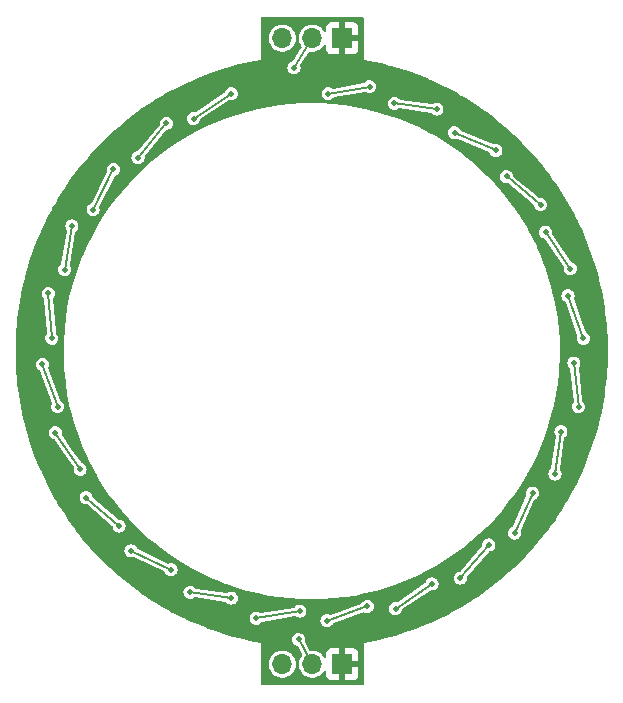
<source format=gbl>
G04 #@! TF.GenerationSoftware,KiCad,Pcbnew,7.0.2-6a45011f42~172~ubuntu22.04.1*
G04 #@! TF.CreationDate,2023-05-13T10:54:30-06:00*
G04 #@! TF.ProjectId,ring-50mm,72696e67-2d35-4306-9d6d-2e6b69636164,rev?*
G04 #@! TF.SameCoordinates,Original*
G04 #@! TF.FileFunction,Copper,L2,Bot*
G04 #@! TF.FilePolarity,Positive*
%FSLAX46Y46*%
G04 Gerber Fmt 4.6, Leading zero omitted, Abs format (unit mm)*
G04 Created by KiCad (PCBNEW 7.0.2-6a45011f42~172~ubuntu22.04.1) date 2023-05-13 10:54:30*
%MOMM*%
%LPD*%
G01*
G04 APERTURE LIST*
G04 #@! TA.AperFunction,ComponentPad*
%ADD10R,1.700000X1.700000*%
G04 #@! TD*
G04 #@! TA.AperFunction,ComponentPad*
%ADD11O,1.700000X1.700000*%
G04 #@! TD*
G04 #@! TA.AperFunction,ViaPad*
%ADD12C,0.500000*%
G04 #@! TD*
G04 #@! TA.AperFunction,Conductor*
%ADD13C,0.127000*%
G04 #@! TD*
G04 APERTURE END LIST*
D10*
G04 #@! TO.P,J2,1,Pin_1*
G04 #@! TO.N,GND*
X153900000Y-119000000D03*
D11*
G04 #@! TO.P,J2,2,Pin_2*
G04 #@! TO.N,/SIGNAL_OUT*
X151360000Y-119000000D03*
G04 #@! TO.P,J2,3,Pin_3*
G04 #@! TO.N,VCC*
X148820000Y-119000000D03*
G04 #@! TD*
D10*
G04 #@! TO.P,J1,1,Pin_1*
G04 #@! TO.N,GND*
X153900000Y-66000000D03*
D11*
G04 #@! TO.P,J1,2,Pin_2*
G04 #@! TO.N,/SIGNAL_IN*
X151360000Y-66000000D03*
G04 #@! TO.P,J1,3,Pin_3*
G04 #@! TO.N,VCC*
X148820000Y-66000000D03*
G04 #@! TD*
D12*
G04 #@! TO.N,GND*
X173900000Y-99900000D03*
X162200000Y-113700000D03*
X135400000Y-74500000D03*
X171400000Y-105400000D03*
X140700000Y-71100000D03*
X138500000Y-112300000D03*
X156300000Y-115700000D03*
X152700000Y-68600000D03*
X175200000Y-93700000D03*
X167300000Y-110200000D03*
X133700000Y-108200000D03*
X131400000Y-79400000D03*
X146500000Y-69000000D03*
X130400000Y-103200000D03*
X128200000Y-97400000D03*
X174700000Y-87600000D03*
X169100000Y-76500000D03*
X158700000Y-69800000D03*
X144100000Y-115000000D03*
X128800000Y-85100000D03*
X127700000Y-91200000D03*
X172600000Y-81700000D03*
X150200000Y-115900000D03*
X164400000Y-72500000D03*
G04 #@! TO.N,Net-(D1-DOUT)*
X152700000Y-70700000D03*
X156200000Y-70100000D03*
G04 #@! TO.N,Net-(D2-DOUT)*
X161900000Y-72000000D03*
X158300000Y-71500000D03*
G04 #@! TO.N,Net-(D3-DOUT)*
X166900000Y-75500000D03*
X163400000Y-74000000D03*
G04 #@! TO.N,Net-(D4-DOUT)*
X167800000Y-77700000D03*
X170700000Y-80100000D03*
G04 #@! TO.N,Net-(D5-DOUT)*
X171100000Y-82400000D03*
X173200000Y-85500000D03*
G04 #@! TO.N,Net-(D6-DOUT)*
X173000000Y-87800000D03*
X174300000Y-91400000D03*
G04 #@! TO.N,Net-(D7-DOUT)*
X173900000Y-97200000D03*
X173500000Y-93500000D03*
G04 #@! TO.N,Net-(D8-DOUT)*
X171900000Y-102900000D03*
X172400000Y-99300000D03*
G04 #@! TO.N,Net-(D10-DIN)*
X170000000Y-104500000D03*
X168500000Y-107900000D03*
G04 #@! TO.N,Net-(D10-DOUT)*
X166300000Y-108900000D03*
X163900000Y-111700000D03*
G04 #@! TO.N,Net-(D11-DOUT)*
X161500000Y-112200000D03*
X158400000Y-114300000D03*
G04 #@! TO.N,Net-(D12-DOUT)*
X152600000Y-115300000D03*
X156000000Y-114100000D03*
G04 #@! TO.N,Net-(D13-DOUT)*
X146600000Y-115100000D03*
X150300000Y-114500000D03*
G04 #@! TO.N,Net-(D14-DOUT)*
X141000000Y-112900000D03*
X144500000Y-113400000D03*
G04 #@! TO.N,Net-(D15-DOUT)*
X136000000Y-109400000D03*
X139400000Y-111000000D03*
G04 #@! TO.N,Net-(D16-DOUT)*
X132200000Y-104900000D03*
X135000000Y-107300000D03*
G04 #@! TO.N,Net-(D17-DOUT)*
X131700000Y-102500000D03*
X129600000Y-99400000D03*
G04 #@! TO.N,Net-(D18-DOUT)*
X129800000Y-97200000D03*
X128500000Y-93600000D03*
G04 #@! TO.N,Net-(D19-DOUT)*
X129300000Y-91400000D03*
X129000000Y-87600000D03*
G04 #@! TO.N,Net-(D20-DOUT)*
X131000000Y-81900000D03*
X130400000Y-85600000D03*
G04 #@! TO.N,/SIGNAL_IN*
X149800000Y-68500000D03*
G04 #@! TO.N,/SIGNAL_OUT*
X150200000Y-116900000D03*
G04 #@! TO.N,Net-(D21-DOUT)*
X132800000Y-80500000D03*
X134500000Y-77100000D03*
G04 #@! TO.N,Net-(D22-DOUT)*
X136600000Y-76100000D03*
X139000000Y-73200000D03*
G04 #@! TO.N,Net-(D23-DOUT)*
X144500000Y-70700000D03*
X141300000Y-72800000D03*
G04 #@! TD*
D13*
G04 #@! TO.N,Net-(D1-DOUT)*
X156200000Y-70100000D02*
X152700000Y-70700000D01*
G04 #@! TO.N,Net-(D2-DOUT)*
X158300000Y-71500000D02*
X161900000Y-72000000D01*
G04 #@! TO.N,Net-(D3-DOUT)*
X163400000Y-74000000D02*
X166900000Y-75500000D01*
G04 #@! TO.N,Net-(D4-DOUT)*
X167800000Y-77700000D02*
X170700000Y-80100000D01*
G04 #@! TO.N,Net-(D5-DOUT)*
X173200000Y-85500000D02*
X171100000Y-82400000D01*
G04 #@! TO.N,Net-(D6-DOUT)*
X173000000Y-87800000D02*
X174300000Y-91400000D01*
G04 #@! TO.N,Net-(D7-DOUT)*
X173500000Y-93500000D02*
X173900000Y-97200000D01*
G04 #@! TO.N,Net-(D8-DOUT)*
X171900000Y-102900000D02*
X172400000Y-99300000D01*
G04 #@! TO.N,Net-(D10-DIN)*
X170000000Y-104500000D02*
X168500000Y-107900000D01*
G04 #@! TO.N,Net-(D10-DOUT)*
X163900000Y-111700000D02*
X166300000Y-108900000D01*
G04 #@! TO.N,Net-(D11-DOUT)*
X158400000Y-114300000D02*
X161500000Y-112200000D01*
G04 #@! TO.N,Net-(D12-DOUT)*
X152600000Y-115300000D02*
X156000000Y-114100000D01*
G04 #@! TO.N,Net-(D13-DOUT)*
X146600000Y-115100000D02*
X150300000Y-114500000D01*
G04 #@! TO.N,Net-(D14-DOUT)*
X141000000Y-112900000D02*
X144500000Y-113400000D01*
G04 #@! TO.N,Net-(D15-DOUT)*
X139400000Y-111000000D02*
X136000000Y-109400000D01*
G04 #@! TO.N,Net-(D16-DOUT)*
X135000000Y-107300000D02*
X132200000Y-104900000D01*
G04 #@! TO.N,Net-(D17-DOUT)*
X131700000Y-102500000D02*
X129600000Y-99400000D01*
G04 #@! TO.N,Net-(D18-DOUT)*
X128500000Y-93600000D02*
X129800000Y-97200000D01*
G04 #@! TO.N,Net-(D19-DOUT)*
X129300000Y-91400000D02*
X129000000Y-87600000D01*
G04 #@! TO.N,Net-(D20-DOUT)*
X130400000Y-85600000D02*
X131000000Y-81900000D01*
G04 #@! TO.N,/SIGNAL_IN*
X149800000Y-68500000D02*
X151360000Y-66000000D01*
G04 #@! TO.N,/SIGNAL_OUT*
X150200000Y-116900000D02*
X151360000Y-119000000D01*
G04 #@! TO.N,Net-(D21-DOUT)*
X134500000Y-77100000D02*
X132800000Y-80500000D01*
G04 #@! TO.N,Net-(D22-DOUT)*
X136600000Y-76100000D02*
X139000000Y-73200000D01*
G04 #@! TO.N,Net-(D23-DOUT)*
X144500000Y-70700000D02*
X141300000Y-72800000D01*
G04 #@! TD*
G04 #@! TA.AperFunction,Conductor*
G04 #@! TO.N,GND*
G36*
X155658691Y-64219407D02*
G01*
X155694655Y-64268907D01*
X155699500Y-64299500D01*
X155699500Y-67791243D01*
X155698774Y-67799482D01*
X155700235Y-67801570D01*
X155710026Y-67802498D01*
X156664650Y-67991969D01*
X156668362Y-67992782D01*
X157573171Y-68209617D01*
X157624150Y-68221880D01*
X157627731Y-68222814D01*
X158363714Y-68430067D01*
X158579320Y-68491110D01*
X158582840Y-68492178D01*
X159240390Y-68705550D01*
X159523055Y-68797888D01*
X159526464Y-68799072D01*
X160019786Y-68980860D01*
X160136837Y-69023993D01*
X160170058Y-69036330D01*
X160453934Y-69141752D01*
X160457239Y-69143049D01*
X161034458Y-69381897D01*
X161333679Y-69506796D01*
X161370442Y-69522141D01*
X161373715Y-69523576D01*
X161925122Y-69777546D01*
X162271271Y-69938510D01*
X162274300Y-69939985D01*
X162803662Y-70209484D01*
X163154835Y-70390133D01*
X163157878Y-70391767D01*
X163667392Y-70676891D01*
X163980770Y-70854226D01*
X164019845Y-70876338D01*
X164022786Y-70878069D01*
X164514189Y-71178991D01*
X164594559Y-71228798D01*
X164864957Y-71396372D01*
X164867783Y-71398190D01*
X165341806Y-71714715D01*
X165688872Y-71949436D01*
X165691579Y-71951333D01*
X166148614Y-72283187D01*
X166490268Y-72534646D01*
X166492770Y-72536551D01*
X166894195Y-72852830D01*
X166933107Y-72883488D01*
X167267830Y-73151040D01*
X167270264Y-73153050D01*
X167693902Y-73514677D01*
X168020442Y-73797725D01*
X168022720Y-73799763D01*
X168239444Y-73999999D01*
X168429565Y-74175657D01*
X168746853Y-74473629D01*
X168749067Y-74475774D01*
X169138896Y-74865416D01*
X169445974Y-75177733D01*
X169448063Y-75179923D01*
X169820780Y-75582941D01*
X170116696Y-75908919D01*
X170118659Y-75911148D01*
X170474009Y-76327027D01*
X170516390Y-76377624D01*
X170758017Y-76666098D01*
X170759812Y-76668307D01*
X171097464Y-77096437D01*
X171368846Y-77447983D01*
X171370501Y-77450193D01*
X171690199Y-77890042D01*
X171936149Y-78236330D01*
X171948238Y-78253351D01*
X171949829Y-78255660D01*
X172251302Y-78706671D01*
X172495341Y-79081009D01*
X172496810Y-79083332D01*
X172779746Y-79544867D01*
X173009311Y-79929687D01*
X173010658Y-79932018D01*
X173274704Y-80403331D01*
X173489335Y-80798048D01*
X173490560Y-80800373D01*
X173701748Y-81214707D01*
X173735454Y-81280834D01*
X173934597Y-81684611D01*
X173935709Y-81686941D01*
X174161220Y-82175942D01*
X174344459Y-82588086D01*
X174345455Y-82590407D01*
X174551324Y-83087249D01*
X174718287Y-83507083D01*
X174719171Y-83509389D01*
X174905166Y-84013382D01*
X175055471Y-84440099D01*
X175056245Y-84442385D01*
X175222137Y-84952779D01*
X175355500Y-85385713D01*
X175356168Y-85387975D01*
X175501765Y-85904055D01*
X175617905Y-86342439D01*
X175618469Y-86344672D01*
X175743599Y-86865712D01*
X175842251Y-87308665D01*
X175842715Y-87310864D01*
X175947245Y-87836205D01*
X176028251Y-88283161D01*
X176028617Y-88285321D01*
X176112378Y-88813995D01*
X176175561Y-89264148D01*
X176175835Y-89266265D01*
X176238748Y-89797649D01*
X176283964Y-90250077D01*
X176284149Y-90252148D01*
X176316903Y-90668199D01*
X176325848Y-90781823D01*
X176326145Y-90785589D01*
X176353307Y-91239557D01*
X176353408Y-91241578D01*
X176374420Y-91776191D01*
X176383503Y-92232034D01*
X176383503Y-92767973D01*
X176374420Y-93223812D01*
X176353407Y-93758421D01*
X176353307Y-93760442D01*
X176326145Y-94214410D01*
X176284148Y-94747849D01*
X176283963Y-94749921D01*
X176238748Y-95202350D01*
X176175835Y-95733733D01*
X176175561Y-95735851D01*
X176112378Y-96186004D01*
X176028618Y-96714677D01*
X176028251Y-96716837D01*
X175947245Y-97163794D01*
X175842715Y-97689134D01*
X175842251Y-97691332D01*
X175743599Y-98134287D01*
X175618468Y-98655326D01*
X175617905Y-98657558D01*
X175501765Y-99095944D01*
X175356168Y-99612023D01*
X175355501Y-99614285D01*
X175222137Y-100047220D01*
X175056244Y-100557613D01*
X175055470Y-100559899D01*
X174905166Y-100986616D01*
X174719170Y-101490609D01*
X174718287Y-101492915D01*
X174551330Y-101912738D01*
X174543558Y-101931496D01*
X174345456Y-102409592D01*
X174344459Y-102411912D01*
X174161220Y-102824057D01*
X173935709Y-103313057D01*
X173934598Y-103315386D01*
X173735455Y-103719164D01*
X173490564Y-104199616D01*
X173489336Y-104201950D01*
X173274705Y-104596668D01*
X173010659Y-105067980D01*
X173009311Y-105070311D01*
X172779746Y-105455132D01*
X172496809Y-105916666D01*
X172495340Y-105918989D01*
X172251302Y-106293328D01*
X171949829Y-106744338D01*
X171948238Y-106746647D01*
X171690225Y-107109922D01*
X171370543Y-107549748D01*
X171368828Y-107552037D01*
X171097464Y-107903562D01*
X170759811Y-108331691D01*
X170757972Y-108333953D01*
X170474009Y-108672972D01*
X170118660Y-109088849D01*
X170116696Y-109091079D01*
X169820780Y-109417058D01*
X169448063Y-109820075D01*
X169445974Y-109822265D01*
X169138896Y-110134583D01*
X168749067Y-110524225D01*
X168746853Y-110526370D01*
X168429565Y-110824342D01*
X168022748Y-111200208D01*
X168020410Y-111202301D01*
X167693858Y-111485359D01*
X167270292Y-111846925D01*
X167267830Y-111848959D01*
X166933107Y-112116511D01*
X166492797Y-112463427D01*
X166490211Y-112465395D01*
X166148614Y-112716812D01*
X165691578Y-113048666D01*
X165688872Y-113050563D01*
X165341806Y-113285284D01*
X164867783Y-113601808D01*
X164864958Y-113603627D01*
X164514178Y-113821016D01*
X164022789Y-114121927D01*
X164019845Y-114123660D01*
X163667376Y-114323117D01*
X163157879Y-114608231D01*
X163154821Y-114609873D01*
X162803609Y-114790542D01*
X162274381Y-115059973D01*
X162271210Y-115061517D01*
X161924927Y-115222543D01*
X161373723Y-115476418D01*
X161370442Y-115477857D01*
X161034354Y-115618145D01*
X160457279Y-115856933D01*
X160453893Y-115858262D01*
X160136838Y-115976006D01*
X159526504Y-116200912D01*
X159523014Y-116202124D01*
X159240112Y-116294539D01*
X158582879Y-116507807D01*
X158579292Y-116508897D01*
X158363324Y-116570042D01*
X157627769Y-116777174D01*
X157624088Y-116778134D01*
X157572880Y-116790452D01*
X156668406Y-117007207D01*
X156664607Y-117008039D01*
X155709769Y-117197551D01*
X155700194Y-117198485D01*
X155698772Y-117200523D01*
X155699500Y-117208778D01*
X155699500Y-120700500D01*
X155680593Y-120758691D01*
X155631093Y-120794655D01*
X155600500Y-120799500D01*
X147099500Y-120799500D01*
X147041309Y-120780593D01*
X147005345Y-120731093D01*
X147000500Y-120700500D01*
X147000500Y-119000000D01*
X147664571Y-119000000D01*
X147684244Y-119212310D01*
X147717957Y-119330798D01*
X147742596Y-119417391D01*
X147837634Y-119608256D01*
X147966125Y-119778404D01*
X148123699Y-119922053D01*
X148180748Y-119957376D01*
X148304981Y-120034298D01*
X148454158Y-120092089D01*
X148503804Y-120111322D01*
X148713388Y-120150500D01*
X148713390Y-120150500D01*
X148926612Y-120150500D01*
X149136195Y-120111322D01*
X149136198Y-120111321D01*
X149335019Y-120034298D01*
X149516302Y-119922052D01*
X149673872Y-119778407D01*
X149802366Y-119608255D01*
X149897405Y-119417389D01*
X149955756Y-119212310D01*
X149975429Y-119000000D01*
X149955756Y-118787690D01*
X149897405Y-118582611D01*
X149802366Y-118391745D01*
X149802365Y-118391744D01*
X149802365Y-118391743D01*
X149673874Y-118221595D01*
X149668514Y-118216709D01*
X149516302Y-118077948D01*
X149516300Y-118077946D01*
X149335021Y-117965703D01*
X149335019Y-117965702D01*
X149292898Y-117949384D01*
X149136195Y-117888677D01*
X148926612Y-117849500D01*
X148926610Y-117849500D01*
X148713390Y-117849500D01*
X148713388Y-117849500D01*
X148503804Y-117888677D01*
X148304978Y-117965703D01*
X148123699Y-118077946D01*
X147966125Y-118221595D01*
X147837634Y-118391743D01*
X147742596Y-118582608D01*
X147742595Y-118582611D01*
X147684244Y-118787690D01*
X147664571Y-119000000D01*
X147000500Y-119000000D01*
X147000500Y-117208574D01*
X147001198Y-117200476D01*
X147000577Y-117199593D01*
X147000578Y-117199592D01*
X147000576Y-117199591D01*
X146999869Y-117198584D01*
X146990705Y-117197681D01*
X146032604Y-117011373D01*
X146028792Y-117010553D01*
X145559692Y-116899999D01*
X149644750Y-116899999D01*
X149663669Y-117043709D01*
X149692808Y-117114056D01*
X149719139Y-117177625D01*
X149742887Y-117208574D01*
X149807378Y-117292621D01*
X149895618Y-117360329D01*
X149922375Y-117380861D01*
X150055558Y-117436026D01*
X150102084Y-117475762D01*
X150104326Y-117479615D01*
X150198445Y-117650001D01*
X150479708Y-118159184D01*
X150491294Y-118219262D01*
X150472054Y-118266713D01*
X150377632Y-118391747D01*
X150282596Y-118582608D01*
X150282595Y-118582611D01*
X150224244Y-118787690D01*
X150204571Y-119000000D01*
X150224244Y-119212310D01*
X150257957Y-119330798D01*
X150282596Y-119417391D01*
X150377634Y-119608256D01*
X150506125Y-119778404D01*
X150663699Y-119922053D01*
X150720748Y-119957376D01*
X150844981Y-120034298D01*
X150994158Y-120092089D01*
X151043804Y-120111322D01*
X151253388Y-120150500D01*
X151253390Y-120150500D01*
X151466612Y-120150500D01*
X151676195Y-120111322D01*
X151676198Y-120111321D01*
X151875019Y-120034298D01*
X152056302Y-119922052D01*
X152213872Y-119778407D01*
X152342366Y-119608255D01*
X152362379Y-119568062D01*
X152405241Y-119524401D01*
X152465582Y-119514271D01*
X152520353Y-119541543D01*
X152548634Y-119595801D01*
X152550000Y-119612191D01*
X152550000Y-119895181D01*
X152550282Y-119900457D01*
X152556401Y-119957376D01*
X152606646Y-120092089D01*
X152692811Y-120207188D01*
X152807910Y-120293353D01*
X152942623Y-120343598D01*
X152999542Y-120349717D01*
X153004819Y-120350000D01*
X153649999Y-120350000D01*
X153650000Y-120349998D01*
X153650000Y-119435501D01*
X153757685Y-119484680D01*
X153864237Y-119500000D01*
X153935763Y-119500000D01*
X154042315Y-119484680D01*
X154150000Y-119435501D01*
X154150000Y-120349999D01*
X154150001Y-120350000D01*
X154795181Y-120350000D01*
X154800457Y-120349717D01*
X154857376Y-120343598D01*
X154992089Y-120293353D01*
X155107188Y-120207188D01*
X155193353Y-120092089D01*
X155243598Y-119957376D01*
X155249717Y-119900457D01*
X155250000Y-119895181D01*
X155250000Y-119250001D01*
X155249999Y-119250000D01*
X154333686Y-119250000D01*
X154359493Y-119209844D01*
X154400000Y-119071889D01*
X154400000Y-118928111D01*
X154359493Y-118790156D01*
X154333686Y-118750000D01*
X155249999Y-118750000D01*
X155250000Y-118749999D01*
X155250000Y-118104818D01*
X155249717Y-118099542D01*
X155243598Y-118042623D01*
X155193353Y-117907910D01*
X155107188Y-117792811D01*
X154992089Y-117706646D01*
X154857376Y-117656401D01*
X154800457Y-117650282D01*
X154795181Y-117650000D01*
X154150000Y-117650000D01*
X154150000Y-118564498D01*
X154042315Y-118515320D01*
X153935763Y-118500000D01*
X153864237Y-118500000D01*
X153757685Y-118515320D01*
X153650000Y-118564498D01*
X153650000Y-117650001D01*
X153649999Y-117650000D01*
X153004819Y-117650000D01*
X152999542Y-117650282D01*
X152942623Y-117656401D01*
X152807910Y-117706646D01*
X152692811Y-117792811D01*
X152606646Y-117907910D01*
X152556401Y-118042623D01*
X152550282Y-118099542D01*
X152550000Y-118104818D01*
X152550000Y-118387808D01*
X152531093Y-118445999D01*
X152481593Y-118481963D01*
X152420407Y-118481963D01*
X152370907Y-118445999D01*
X152362379Y-118431936D01*
X152342365Y-118391743D01*
X152213874Y-118221595D01*
X152208514Y-118216709D01*
X152056302Y-118077948D01*
X152056300Y-118077946D01*
X151875021Y-117965703D01*
X151875019Y-117965702D01*
X151832898Y-117949384D01*
X151676195Y-117888677D01*
X151466612Y-117849500D01*
X151466610Y-117849500D01*
X151253390Y-117849500D01*
X151253386Y-117849500D01*
X151221186Y-117855519D01*
X151160512Y-117847626D01*
X151116338Y-117806073D01*
X150741760Y-117127957D01*
X150730174Y-117067879D01*
X150736105Y-117045418D01*
X150741076Y-117007661D01*
X150755250Y-116900000D01*
X150736330Y-116756291D01*
X150680861Y-116622375D01*
X150630932Y-116557306D01*
X150592621Y-116507378D01*
X150527552Y-116457450D01*
X150477625Y-116419139D01*
X150438401Y-116402892D01*
X150343709Y-116363669D01*
X150200000Y-116344750D01*
X150056290Y-116363669D01*
X149922375Y-116419139D01*
X149807378Y-116507378D01*
X149719139Y-116622375D01*
X149663669Y-116756290D01*
X149644750Y-116899999D01*
X145559692Y-116899999D01*
X145123701Y-116797248D01*
X145070161Y-116784581D01*
X145066467Y-116783632D01*
X144329757Y-116579073D01*
X144154124Y-116530040D01*
X144111978Y-116518273D01*
X144108394Y-116517199D01*
X143802518Y-116419139D01*
X143449720Y-116306036D01*
X143165178Y-116214197D01*
X143161675Y-116212994D01*
X142549889Y-115989933D01*
X142231143Y-115872801D01*
X142227742Y-115871480D01*
X141649076Y-115634278D01*
X141436977Y-115546569D01*
X141311364Y-115494624D01*
X141308140Y-115493222D01*
X140755413Y-115240791D01*
X140450095Y-115100000D01*
X146044750Y-115100000D01*
X146063669Y-115243709D01*
X146086986Y-115300000D01*
X146119139Y-115377625D01*
X146157450Y-115427552D01*
X146207378Y-115492621D01*
X146257306Y-115530932D01*
X146322375Y-115580861D01*
X146412388Y-115618145D01*
X146456290Y-115636330D01*
X146475210Y-115638820D01*
X146600000Y-115655250D01*
X146743709Y-115636330D01*
X146877625Y-115580861D01*
X146992621Y-115492621D01*
X147045420Y-115423810D01*
X147095841Y-115389157D01*
X147108105Y-115386358D01*
X147640652Y-115299999D01*
X152044750Y-115299999D01*
X152063669Y-115443709D01*
X152089445Y-115505937D01*
X152119139Y-115577625D01*
X152150231Y-115618145D01*
X152207378Y-115692621D01*
X152257306Y-115730932D01*
X152322375Y-115780861D01*
X152417067Y-115820083D01*
X152456290Y-115836330D01*
X152473008Y-115838531D01*
X152600000Y-115855250D01*
X152743709Y-115836330D01*
X152877625Y-115780861D01*
X152992621Y-115692621D01*
X153080861Y-115577625D01*
X153093724Y-115546567D01*
X153133460Y-115500043D01*
X153152238Y-115491097D01*
X155690675Y-114595178D01*
X155751841Y-114593641D01*
X155761509Y-114597071D01*
X155856289Y-114636330D01*
X155886242Y-114640273D01*
X156000000Y-114655250D01*
X156143709Y-114636330D01*
X156277625Y-114580861D01*
X156392621Y-114492621D01*
X156480861Y-114377625D01*
X156513014Y-114300000D01*
X157844750Y-114300000D01*
X157863669Y-114443709D01*
X157886986Y-114500000D01*
X157919139Y-114577625D01*
X157950994Y-114619139D01*
X158007378Y-114692621D01*
X158057306Y-114730932D01*
X158122375Y-114780861D01*
X158210705Y-114817448D01*
X158256290Y-114836330D01*
X158273008Y-114838531D01*
X158400000Y-114855250D01*
X158543709Y-114836330D01*
X158677625Y-114780861D01*
X158792621Y-114692621D01*
X158880861Y-114577625D01*
X158936330Y-114443709D01*
X158940262Y-114413836D01*
X158966601Y-114358612D01*
X158982882Y-114344799D01*
X161325983Y-112757538D01*
X161384761Y-112740557D01*
X161394413Y-112741348D01*
X161500000Y-112755250D01*
X161643709Y-112736330D01*
X161777625Y-112680861D01*
X161892621Y-112592621D01*
X161980861Y-112477625D01*
X162036330Y-112343709D01*
X162055250Y-112200000D01*
X162036330Y-112056291D01*
X162036329Y-112056289D01*
X162003746Y-111977625D01*
X161980861Y-111922375D01*
X161920498Y-111843709D01*
X161892621Y-111807378D01*
X161827552Y-111757450D01*
X161777625Y-111719139D01*
X161731416Y-111699999D01*
X163344750Y-111699999D01*
X163363669Y-111843709D01*
X163402892Y-111938401D01*
X163419139Y-111977625D01*
X163457450Y-112027552D01*
X163507378Y-112092621D01*
X163538513Y-112116511D01*
X163622375Y-112180861D01*
X163717067Y-112220083D01*
X163756290Y-112236330D01*
X163771421Y-112238322D01*
X163900000Y-112255250D01*
X164043709Y-112236330D01*
X164177625Y-112180861D01*
X164292621Y-112092621D01*
X164380861Y-111977625D01*
X164436330Y-111843709D01*
X164455250Y-111700000D01*
X164450919Y-111667108D01*
X164462068Y-111606951D01*
X164473899Y-111589769D01*
X166279266Y-109483507D01*
X166331489Y-109451632D01*
X166341493Y-109449786D01*
X166443709Y-109436330D01*
X166577625Y-109380861D01*
X166692621Y-109292621D01*
X166780861Y-109177625D01*
X166836330Y-109043709D01*
X166855250Y-108900000D01*
X166836330Y-108756291D01*
X166780861Y-108622375D01*
X166730932Y-108557306D01*
X166692621Y-108507378D01*
X166627552Y-108457450D01*
X166577625Y-108419139D01*
X166538401Y-108402892D01*
X166443709Y-108363669D01*
X166300000Y-108344750D01*
X166156290Y-108363669D01*
X166022375Y-108419139D01*
X165907378Y-108507378D01*
X165819139Y-108622375D01*
X165763669Y-108756290D01*
X165744750Y-108899999D01*
X165749079Y-108932889D01*
X165737928Y-108993050D01*
X165726092Y-109010237D01*
X163920734Y-111116489D01*
X163868509Y-111148366D01*
X163858491Y-111150214D01*
X163756290Y-111163669D01*
X163622375Y-111219139D01*
X163507378Y-111307378D01*
X163419139Y-111422375D01*
X163363669Y-111556290D01*
X163344750Y-111699999D01*
X161731416Y-111699999D01*
X161643709Y-111663669D01*
X161500000Y-111644750D01*
X161356290Y-111663669D01*
X161222375Y-111719139D01*
X161107378Y-111807378D01*
X161019139Y-111922375D01*
X160963669Y-112056289D01*
X160959736Y-112086165D01*
X160933393Y-112141389D01*
X160917107Y-112155204D01*
X158574017Y-113742459D01*
X158515236Y-113759441D01*
X158505572Y-113758648D01*
X158400000Y-113744750D01*
X158256290Y-113763669D01*
X158122375Y-113819139D01*
X158007378Y-113907378D01*
X157919139Y-114022375D01*
X157863669Y-114156290D01*
X157844750Y-114300000D01*
X156513014Y-114300000D01*
X156536330Y-114243709D01*
X156555250Y-114100000D01*
X156538820Y-113975209D01*
X156536330Y-113956290D01*
X156489870Y-113844126D01*
X156480861Y-113822375D01*
X156419539Y-113742459D01*
X156392621Y-113707378D01*
X156327468Y-113657385D01*
X156277625Y-113619139D01*
X156235784Y-113601808D01*
X156143709Y-113563669D01*
X156000000Y-113544750D01*
X155856290Y-113563669D01*
X155722375Y-113619139D01*
X155607378Y-113707378D01*
X155519138Y-113822374D01*
X155506273Y-113853433D01*
X155466535Y-113899958D01*
X155447759Y-113908901D01*
X152909323Y-114804820D01*
X152848157Y-114806358D01*
X152838489Y-114802928D01*
X152743710Y-114763669D01*
X152600000Y-114744750D01*
X152456290Y-114763669D01*
X152322375Y-114819139D01*
X152207378Y-114907378D01*
X152119139Y-115022375D01*
X152063669Y-115156290D01*
X152044750Y-115299999D01*
X147640652Y-115299999D01*
X149908000Y-114932321D01*
X149968467Y-114941669D01*
X149984111Y-114951499D01*
X150022375Y-114980861D01*
X150111652Y-115017840D01*
X150156290Y-115036330D01*
X150173008Y-115038531D01*
X150300000Y-115055250D01*
X150443709Y-115036330D01*
X150577625Y-114980861D01*
X150692621Y-114892621D01*
X150780861Y-114777625D01*
X150836330Y-114643709D01*
X150855250Y-114500000D01*
X150838820Y-114375209D01*
X150836330Y-114356290D01*
X150813014Y-114300000D01*
X150780861Y-114222375D01*
X150705114Y-114123660D01*
X150692621Y-114107378D01*
X150627552Y-114057450D01*
X150577625Y-114019139D01*
X150538401Y-114002892D01*
X150443709Y-113963669D01*
X150300000Y-113944750D01*
X150156290Y-113963669D01*
X150022375Y-114019138D01*
X149907380Y-114107378D01*
X149854579Y-114176187D01*
X149804154Y-114210842D01*
X149791885Y-114213641D01*
X146991997Y-114667677D01*
X146931530Y-114658329D01*
X146915888Y-114648499D01*
X146877625Y-114619139D01*
X146877624Y-114619138D01*
X146877622Y-114619137D01*
X146743709Y-114563669D01*
X146616717Y-114546951D01*
X146600000Y-114544750D01*
X146599999Y-114544750D01*
X146456290Y-114563669D01*
X146322375Y-114619139D01*
X146207378Y-114707378D01*
X146119139Y-114822375D01*
X146063669Y-114956290D01*
X146044750Y-115100000D01*
X140450095Y-115100000D01*
X140407361Y-115080294D01*
X140404175Y-115078755D01*
X140400576Y-115076937D01*
X139873506Y-114810656D01*
X139520495Y-114630438D01*
X139517447Y-114628814D01*
X139184336Y-114443709D01*
X139006275Y-114344763D01*
X138652176Y-114145772D01*
X138649219Y-114144042D01*
X138156279Y-113844126D01*
X137803782Y-113627068D01*
X137800957Y-113625262D01*
X137516316Y-113436330D01*
X137325291Y-113309536D01*
X137046901Y-113122375D01*
X136976625Y-113075129D01*
X136973924Y-113073246D01*
X136733989Y-112900000D01*
X136733988Y-112899999D01*
X140444750Y-112899999D01*
X140463669Y-113043709D01*
X140491647Y-113111253D01*
X140519139Y-113177625D01*
X140557450Y-113227552D01*
X140607378Y-113292621D01*
X140641617Y-113318893D01*
X140722375Y-113380861D01*
X140815879Y-113419591D01*
X140856290Y-113436330D01*
X140873008Y-113438531D01*
X141000000Y-113455250D01*
X141143709Y-113436330D01*
X141277625Y-113380861D01*
X141325342Y-113344245D01*
X141383016Y-113323821D01*
X141399601Y-113324781D01*
X143997595Y-113695922D01*
X144052526Y-113722869D01*
X144062135Y-113733659D01*
X144107379Y-113792622D01*
X144146155Y-113822375D01*
X144222375Y-113880861D01*
X144290071Y-113908901D01*
X144356290Y-113936330D01*
X144375210Y-113938820D01*
X144500000Y-113955250D01*
X144643709Y-113936330D01*
X144777625Y-113880861D01*
X144892621Y-113792621D01*
X144980861Y-113677625D01*
X145036330Y-113543709D01*
X145055250Y-113400000D01*
X145036330Y-113256291D01*
X144980861Y-113122375D01*
X144930932Y-113057306D01*
X144892621Y-113007378D01*
X144825341Y-112955753D01*
X144777625Y-112919139D01*
X144731416Y-112899999D01*
X144643709Y-112863669D01*
X144516717Y-112846951D01*
X144500000Y-112844750D01*
X144499999Y-112844750D01*
X144356289Y-112863669D01*
X144222374Y-112919138D01*
X144174657Y-112955753D01*
X144116981Y-112976177D01*
X144100389Y-112975216D01*
X141502404Y-112604076D01*
X141447472Y-112577129D01*
X141437863Y-112566339D01*
X141408121Y-112527579D01*
X141392621Y-112507379D01*
X141392619Y-112507378D01*
X141392619Y-112507377D01*
X141335342Y-112463427D01*
X141277625Y-112419139D01*
X141238401Y-112402892D01*
X141143709Y-112363669D01*
X141000000Y-112344750D01*
X140856290Y-112363669D01*
X140722375Y-112419139D01*
X140607378Y-112507378D01*
X140519139Y-112622375D01*
X140463669Y-112756290D01*
X140444750Y-112899999D01*
X136733988Y-112899999D01*
X136515231Y-112742044D01*
X136171994Y-112490813D01*
X136169405Y-112488852D01*
X136155081Y-112477625D01*
X135727487Y-112142488D01*
X135391155Y-111875038D01*
X135388722Y-111873038D01*
X135185010Y-111700000D01*
X135119967Y-111644750D01*
X134963600Y-111511928D01*
X134825287Y-111392621D01*
X134635410Y-111228835D01*
X134633086Y-111226765D01*
X134224795Y-110851290D01*
X133905889Y-110553176D01*
X133903664Y-110551030D01*
X133512323Y-110161604D01*
X133203727Y-109849114D01*
X133201628Y-109846921D01*
X132827449Y-109444024D01*
X132787317Y-109399999D01*
X135444750Y-109399999D01*
X135463669Y-109543709D01*
X135502892Y-109638401D01*
X135519139Y-109677625D01*
X135540961Y-109706064D01*
X135607378Y-109792621D01*
X135657306Y-109830932D01*
X135722375Y-109880861D01*
X135815787Y-109919553D01*
X135856290Y-109936330D01*
X135873008Y-109938531D01*
X136000000Y-109955250D01*
X136143709Y-109936330D01*
X136178329Y-109921989D01*
X136239324Y-109917188D01*
X136258367Y-109923875D01*
X138832201Y-111135091D01*
X138876802Y-111176976D01*
X138881511Y-111186782D01*
X138919139Y-111277625D01*
X139007378Y-111392621D01*
X139046155Y-111422375D01*
X139122375Y-111480861D01*
X139217067Y-111520083D01*
X139256290Y-111536330D01*
X139264775Y-111537447D01*
X139400000Y-111555250D01*
X139543709Y-111536330D01*
X139677625Y-111480861D01*
X139792621Y-111392621D01*
X139880861Y-111277625D01*
X139936330Y-111143709D01*
X139955250Y-111000000D01*
X139936330Y-110856291D01*
X139923096Y-110824342D01*
X139920083Y-110817067D01*
X139880861Y-110722375D01*
X139799343Y-110616139D01*
X139792621Y-110607378D01*
X139719186Y-110551030D01*
X139677625Y-110519139D01*
X139618766Y-110494759D01*
X139543709Y-110463669D01*
X139400000Y-110444750D01*
X139256290Y-110463670D01*
X139221667Y-110478010D01*
X139160670Y-110482809D01*
X139141630Y-110476122D01*
X136567797Y-109264907D01*
X136523196Y-109223022D01*
X136518492Y-109213228D01*
X136480861Y-109122375D01*
X136392621Y-109007379D01*
X136392619Y-109007378D01*
X136392619Y-109007377D01*
X136295544Y-108932889D01*
X136277625Y-108919139D01*
X136231416Y-108899999D01*
X136143709Y-108863669D01*
X136000000Y-108844750D01*
X135856290Y-108863669D01*
X135722375Y-108919139D01*
X135607378Y-109007378D01*
X135519139Y-109122375D01*
X135463669Y-109256290D01*
X135444750Y-109399999D01*
X132787317Y-109399999D01*
X132530034Y-109117758D01*
X132528060Y-109115526D01*
X132435279Y-109007378D01*
X132171336Y-108699718D01*
X132148844Y-108672972D01*
X131885868Y-108360260D01*
X131884088Y-108358078D01*
X131545050Y-107929849D01*
X131372850Y-107707633D01*
X131272301Y-107577879D01*
X131270585Y-107575597D01*
X131220816Y-107507378D01*
X130949585Y-107135596D01*
X130690246Y-106771797D01*
X130688647Y-106769485D01*
X130684745Y-106763669D01*
X130487919Y-106470266D01*
X130385928Y-106318232D01*
X130140591Y-105943237D01*
X130139115Y-105940910D01*
X130124201Y-105916666D01*
X129855041Y-105479127D01*
X129624208Y-105093511D01*
X129622910Y-105091272D01*
X129515391Y-104899999D01*
X131644750Y-104899999D01*
X131663669Y-105043709D01*
X131683355Y-105091234D01*
X131719139Y-105177625D01*
X131746376Y-105213121D01*
X131807378Y-105292621D01*
X131857306Y-105330932D01*
X131922375Y-105380861D01*
X132017067Y-105420083D01*
X132056290Y-105436330D01*
X132081972Y-105439711D01*
X132200000Y-105455250D01*
X132232890Y-105450919D01*
X132293047Y-105462068D01*
X132310233Y-105473903D01*
X134386882Y-107253887D01*
X134416489Y-107279264D01*
X134448366Y-107331489D01*
X134450214Y-107341507D01*
X134463669Y-107443710D01*
X134506572Y-107547287D01*
X134519139Y-107577625D01*
X134553477Y-107622375D01*
X134607378Y-107692621D01*
X134657306Y-107730932D01*
X134722375Y-107780861D01*
X134817067Y-107820083D01*
X134856290Y-107836330D01*
X134873008Y-107838531D01*
X135000000Y-107855250D01*
X135143709Y-107836330D01*
X135277625Y-107780861D01*
X135392621Y-107692621D01*
X135480861Y-107577625D01*
X135536330Y-107443709D01*
X135555250Y-107300000D01*
X135536330Y-107156291D01*
X135480861Y-107022375D01*
X135430932Y-106957306D01*
X135392621Y-106907378D01*
X135316594Y-106849041D01*
X135277625Y-106819139D01*
X135238401Y-106802892D01*
X135143709Y-106763669D01*
X134999998Y-106744749D01*
X134967108Y-106749079D01*
X134906948Y-106737928D01*
X134889761Y-106726092D01*
X132783509Y-104920734D01*
X132751632Y-104868509D01*
X132749786Y-104858500D01*
X132736330Y-104756291D01*
X132680861Y-104622375D01*
X132624652Y-104549122D01*
X132592621Y-104507378D01*
X132527552Y-104457450D01*
X132477625Y-104419139D01*
X132438401Y-104402892D01*
X132343709Y-104363669D01*
X132200000Y-104344750D01*
X132056290Y-104363669D01*
X131922375Y-104419139D01*
X131807378Y-104507378D01*
X131719139Y-104622375D01*
X131663669Y-104756290D01*
X131644750Y-104899999D01*
X129515391Y-104899999D01*
X129357722Y-104619510D01*
X129141992Y-104224094D01*
X129140775Y-104221789D01*
X129082268Y-104107379D01*
X128894783Y-103740754D01*
X128694556Y-103336097D01*
X128693516Y-103333922D01*
X128466999Y-102844306D01*
X128427743Y-102756290D01*
X128282775Y-102431257D01*
X128281812Y-102429021D01*
X128075015Y-101931496D01*
X128048124Y-101864089D01*
X127907161Y-101510726D01*
X127906306Y-101508502D01*
X127719485Y-101003817D01*
X127568377Y-100576124D01*
X127567598Y-100573832D01*
X127555317Y-100536161D01*
X127400952Y-100062655D01*
X127266867Y-99628679D01*
X127266240Y-99626560D01*
X127202133Y-99400000D01*
X129044750Y-99400000D01*
X129063669Y-99543709D01*
X129077718Y-99577625D01*
X129119139Y-99677625D01*
X129130646Y-99692621D01*
X129207378Y-99792621D01*
X129257306Y-99830932D01*
X129322375Y-99880861D01*
X129395615Y-99911197D01*
X129456289Y-99936330D01*
X129468555Y-99937944D01*
X129486162Y-99940262D01*
X129541387Y-99966601D01*
X129555203Y-99982888D01*
X130246830Y-101003862D01*
X131142459Y-102325981D01*
X131159441Y-102384762D01*
X131158648Y-102394426D01*
X131152785Y-102438964D01*
X131144750Y-102500000D01*
X131145722Y-102507380D01*
X131163669Y-102643709D01*
X131202892Y-102738401D01*
X131219139Y-102777625D01*
X131254768Y-102824057D01*
X131307378Y-102892621D01*
X131316995Y-102900000D01*
X131422375Y-102980861D01*
X131517067Y-103020083D01*
X131556290Y-103036330D01*
X131575209Y-103038820D01*
X131700000Y-103055250D01*
X131843709Y-103036330D01*
X131977625Y-102980861D01*
X132092621Y-102892621D01*
X132180861Y-102777625D01*
X132236330Y-102643709D01*
X132255250Y-102500000D01*
X132236330Y-102356291D01*
X132180861Y-102222375D01*
X132130932Y-102157306D01*
X132092621Y-102107378D01*
X132027552Y-102057450D01*
X131977625Y-102019139D01*
X131938401Y-102002892D01*
X131843709Y-101963669D01*
X131813834Y-101959736D01*
X131758609Y-101933394D01*
X131744794Y-101917107D01*
X130946516Y-100738698D01*
X130157538Y-99574016D01*
X130140557Y-99515237D01*
X130141348Y-99505587D01*
X130155250Y-99400000D01*
X130136330Y-99256291D01*
X130080861Y-99122375D01*
X130004128Y-99022375D01*
X129992621Y-99007378D01*
X129927552Y-98957450D01*
X129877625Y-98919139D01*
X129838401Y-98902892D01*
X129743709Y-98863669D01*
X129600000Y-98844750D01*
X129456290Y-98863669D01*
X129322375Y-98919139D01*
X129207378Y-99007378D01*
X129119139Y-99122375D01*
X129063669Y-99256290D01*
X129044750Y-99400000D01*
X127202133Y-99400000D01*
X127119967Y-99109615D01*
X127003190Y-98670125D01*
X127002665Y-98668053D01*
X126876939Y-98146058D01*
X126777720Y-97701845D01*
X126777314Y-97699924D01*
X126672291Y-97173624D01*
X126590842Y-96725512D01*
X126590508Y-96723551D01*
X126506342Y-96193836D01*
X126499975Y-96148599D01*
X126442814Y-95742516D01*
X126442563Y-95740589D01*
X126379345Y-95208141D01*
X126333878Y-94754466D01*
X126333706Y-94752547D01*
X126291516Y-94218143D01*
X126264200Y-93762913D01*
X126264107Y-93761041D01*
X126257760Y-93600000D01*
X127944750Y-93600000D01*
X127963669Y-93743709D01*
X127977718Y-93777625D01*
X128019139Y-93877625D01*
X128030646Y-93892621D01*
X128107378Y-93992621D01*
X128195618Y-94060329D01*
X128222375Y-94080861D01*
X128257556Y-94095433D01*
X128304082Y-94135169D01*
X128312786Y-94153272D01*
X129302692Y-96894552D01*
X129304673Y-96955706D01*
X129301042Y-96966061D01*
X129263669Y-97056291D01*
X129244750Y-97200000D01*
X129263669Y-97343709D01*
X129290020Y-97407325D01*
X129319139Y-97477625D01*
X129357450Y-97527552D01*
X129407378Y-97592621D01*
X129457306Y-97630932D01*
X129522375Y-97680861D01*
X129617067Y-97720083D01*
X129656290Y-97736330D01*
X129675209Y-97738820D01*
X129800000Y-97755250D01*
X129943709Y-97736330D01*
X130077625Y-97680861D01*
X130192621Y-97592621D01*
X130280861Y-97477625D01*
X130336330Y-97343709D01*
X130355250Y-97200000D01*
X130336330Y-97056291D01*
X130336329Y-97056289D01*
X130298956Y-96966061D01*
X130280861Y-96922375D01*
X130222286Y-96846039D01*
X130192621Y-96807378D01*
X130085930Y-96725512D01*
X130077625Y-96719139D01*
X130042439Y-96704564D01*
X129995915Y-96664827D01*
X129987212Y-96646726D01*
X128997304Y-93905443D01*
X128995324Y-93844293D01*
X128998946Y-93833962D01*
X129036330Y-93743709D01*
X129055250Y-93600000D01*
X129036330Y-93456291D01*
X128980861Y-93322375D01*
X128930932Y-93257306D01*
X128892621Y-93207378D01*
X128827552Y-93157450D01*
X128777625Y-93119139D01*
X128738401Y-93102892D01*
X128643709Y-93063669D01*
X128516717Y-93046951D01*
X128500000Y-93044750D01*
X128499999Y-93044750D01*
X128356290Y-93063669D01*
X128222375Y-93119139D01*
X128107378Y-93207378D01*
X128019139Y-93322375D01*
X127963669Y-93456290D01*
X127944750Y-93600000D01*
X126257760Y-93600000D01*
X126242996Y-93225418D01*
X126233867Y-92768455D01*
X126233867Y-92500000D01*
X130294501Y-92500000D01*
X130294525Y-92501099D01*
X130313185Y-93356291D01*
X130314494Y-93416247D01*
X130314563Y-93417301D01*
X130314564Y-93417322D01*
X130366808Y-94214410D01*
X130374433Y-94330750D01*
X130374548Y-94331800D01*
X130474091Y-95240723D01*
X130474094Y-95240748D01*
X130474206Y-95241768D01*
X130474361Y-95242781D01*
X130474366Y-95242812D01*
X130613461Y-96146523D01*
X130613463Y-96146536D01*
X130613622Y-96147567D01*
X130613824Y-96148586D01*
X130613827Y-96148599D01*
X130776430Y-96966061D01*
X130792415Y-97046422D01*
X130792670Y-97047465D01*
X130792672Y-97047473D01*
X130998704Y-97889458D01*
X131010246Y-97936623D01*
X131010541Y-97937637D01*
X131010548Y-97937661D01*
X131266397Y-98815438D01*
X131266406Y-98815468D01*
X131266700Y-98816475D01*
X131267039Y-98817476D01*
X131267048Y-98817502D01*
X131560939Y-99683278D01*
X131560949Y-99683307D01*
X131561288Y-99684304D01*
X131561667Y-99685279D01*
X131561677Y-99685306D01*
X131893061Y-100537460D01*
X131893071Y-100537486D01*
X131893449Y-100538456D01*
X131893877Y-100539430D01*
X131893878Y-100539431D01*
X132262116Y-101376316D01*
X132262132Y-101376351D01*
X132262553Y-101377307D01*
X132263029Y-101378273D01*
X132263035Y-101378285D01*
X132546912Y-101953931D01*
X132667895Y-102199260D01*
X132668401Y-102200182D01*
X132668418Y-102200215D01*
X132973492Y-102756290D01*
X133108704Y-103002750D01*
X133109252Y-103003653D01*
X133109256Y-103003660D01*
X133140561Y-103055249D01*
X133584142Y-103786246D01*
X133584754Y-103787163D01*
X133584770Y-103787187D01*
X134092697Y-104547353D01*
X134092710Y-104547372D01*
X134093303Y-104548259D01*
X134093918Y-104549098D01*
X134093935Y-104549122D01*
X134634598Y-105286495D01*
X134634617Y-105286520D01*
X134635217Y-105287338D01*
X134635856Y-105288134D01*
X134635872Y-105288155D01*
X134898409Y-105615268D01*
X135208854Y-106002074D01*
X135209579Y-106002901D01*
X135209586Y-106002909D01*
X135812412Y-106690300D01*
X135812424Y-106690313D01*
X135813122Y-106691109D01*
X136446869Y-107353131D01*
X137108891Y-107986878D01*
X137109688Y-107987577D01*
X137109699Y-107987587D01*
X137558141Y-108380860D01*
X137797926Y-108591146D01*
X138003691Y-108756290D01*
X138511844Y-109164127D01*
X138511858Y-109164138D01*
X138512662Y-109164783D01*
X138513485Y-109165387D01*
X138513504Y-109165401D01*
X139250877Y-109706064D01*
X139250892Y-109706074D01*
X139251741Y-109706697D01*
X139252636Y-109707295D01*
X139252646Y-109707302D01*
X140012812Y-110215229D01*
X140012825Y-110215237D01*
X140013754Y-110215858D01*
X140797250Y-110691296D01*
X141290810Y-110962072D01*
X141599784Y-111131581D01*
X141599800Y-111131589D01*
X141600740Y-111132105D01*
X142422693Y-111537447D01*
X142423668Y-111537876D01*
X142423683Y-111537883D01*
X142770647Y-111690550D01*
X143261544Y-111906551D01*
X143262536Y-111906936D01*
X143262539Y-111906938D01*
X143966932Y-112180861D01*
X144115696Y-112238712D01*
X144983525Y-112533300D01*
X145863377Y-112789754D01*
X146753578Y-113007585D01*
X147652433Y-113186378D01*
X148558232Y-113325794D01*
X149469250Y-113425567D01*
X150383753Y-113485506D01*
X151300000Y-113505499D01*
X152216247Y-113485506D01*
X153130750Y-113425567D01*
X154041768Y-113325794D01*
X154947567Y-113186378D01*
X155846422Y-113007585D01*
X156736623Y-112789754D01*
X157616475Y-112533300D01*
X158484304Y-112238712D01*
X159338456Y-111906551D01*
X160177307Y-111537447D01*
X160999260Y-111132105D01*
X161802750Y-110691296D01*
X162586246Y-110215858D01*
X163348259Y-109706697D01*
X164087338Y-109164783D01*
X164802074Y-108591146D01*
X165491109Y-107986878D01*
X165581864Y-107899999D01*
X167944750Y-107899999D01*
X167963669Y-108043709D01*
X168002892Y-108138401D01*
X168019139Y-108177625D01*
X168057450Y-108227552D01*
X168107378Y-108292621D01*
X168157306Y-108330932D01*
X168222375Y-108380861D01*
X168314788Y-108419139D01*
X168356290Y-108436330D01*
X168375210Y-108438820D01*
X168500000Y-108455250D01*
X168643709Y-108436330D01*
X168777625Y-108380861D01*
X168892621Y-108292621D01*
X168980861Y-108177625D01*
X169036330Y-108043709D01*
X169055250Y-107900000D01*
X169036330Y-107756291D01*
X169016173Y-107707628D01*
X169011373Y-107646636D01*
X169017057Y-107629796D01*
X170149131Y-105063760D01*
X170189917Y-105018154D01*
X170201817Y-105012260D01*
X170277625Y-104980861D01*
X170392621Y-104892621D01*
X170480861Y-104777625D01*
X170536330Y-104643709D01*
X170555250Y-104500000D01*
X170538820Y-104375209D01*
X170536330Y-104356290D01*
X170520083Y-104317067D01*
X170480861Y-104222375D01*
X170430932Y-104157306D01*
X170392621Y-104107378D01*
X170327552Y-104057450D01*
X170277625Y-104019139D01*
X170238401Y-104002892D01*
X170143709Y-103963669D01*
X170000000Y-103944750D01*
X169856290Y-103963669D01*
X169722375Y-104019139D01*
X169607378Y-104107378D01*
X169519139Y-104222375D01*
X169463669Y-104356290D01*
X169444750Y-104499999D01*
X169444750Y-104500000D01*
X169446721Y-104514975D01*
X169463669Y-104643710D01*
X169483824Y-104692367D01*
X169488625Y-104753364D01*
X169482937Y-104770212D01*
X168350868Y-107336237D01*
X168310081Y-107381845D01*
X168298177Y-107387741D01*
X168222374Y-107419139D01*
X168107378Y-107507378D01*
X168019139Y-107622375D01*
X167963669Y-107756290D01*
X167944750Y-107899999D01*
X165581864Y-107899999D01*
X166153131Y-107353131D01*
X166786878Y-106691109D01*
X167391146Y-106002074D01*
X167964783Y-105287338D01*
X168506697Y-104548259D01*
X169015858Y-103786246D01*
X169491296Y-103002750D01*
X169547667Y-102899999D01*
X171344750Y-102899999D01*
X171363669Y-103043709D01*
X171402892Y-103138401D01*
X171419139Y-103177625D01*
X171457450Y-103227552D01*
X171507378Y-103292621D01*
X171557306Y-103330932D01*
X171622375Y-103380861D01*
X171717067Y-103420083D01*
X171756290Y-103436330D01*
X171775209Y-103438820D01*
X171900000Y-103455250D01*
X172043709Y-103436330D01*
X172177625Y-103380861D01*
X172292621Y-103292621D01*
X172380861Y-103177625D01*
X172436330Y-103043709D01*
X172455250Y-102900000D01*
X172436330Y-102756291D01*
X172380861Y-102622375D01*
X172342730Y-102572683D01*
X172322308Y-102515010D01*
X172323214Y-102498811D01*
X172697875Y-99801243D01*
X172724608Y-99746208D01*
X172735658Y-99736329D01*
X172792621Y-99692621D01*
X172880861Y-99577625D01*
X172936330Y-99443709D01*
X172955250Y-99300000D01*
X172936330Y-99156291D01*
X172880861Y-99022375D01*
X172801645Y-98919139D01*
X172792621Y-98907378D01*
X172727552Y-98857450D01*
X172677625Y-98819139D01*
X172638401Y-98802892D01*
X172543709Y-98763669D01*
X172416717Y-98746951D01*
X172400000Y-98744750D01*
X172399999Y-98744750D01*
X172256290Y-98763669D01*
X172122375Y-98819139D01*
X172007378Y-98907378D01*
X171919139Y-99022375D01*
X171863669Y-99156290D01*
X171844750Y-99299999D01*
X171863669Y-99443710D01*
X171919138Y-99577625D01*
X171957265Y-99627312D01*
X171977690Y-99684988D01*
X171976783Y-99701199D01*
X171602122Y-102398754D01*
X171575389Y-102453791D01*
X171564332Y-102463676D01*
X171507378Y-102507380D01*
X171419138Y-102622375D01*
X171363669Y-102756290D01*
X171344750Y-102899999D01*
X169547667Y-102899999D01*
X169932105Y-102199260D01*
X170337447Y-101377307D01*
X170706551Y-100538456D01*
X171038712Y-99684304D01*
X171333300Y-98816475D01*
X171589754Y-97936623D01*
X171807585Y-97046422D01*
X171986378Y-96147567D01*
X172125794Y-95241768D01*
X172225567Y-94330750D01*
X172280017Y-93499999D01*
X172944750Y-93499999D01*
X172963669Y-93643709D01*
X173005089Y-93743706D01*
X173019139Y-93777625D01*
X173095872Y-93877625D01*
X173107379Y-93892621D01*
X173148955Y-93924523D01*
X173183610Y-93974948D01*
X173187113Y-93992424D01*
X173489139Y-96786153D01*
X173476596Y-96846039D01*
X173469255Y-96857061D01*
X173419138Y-96922374D01*
X173363669Y-97056289D01*
X173344750Y-97200000D01*
X173363669Y-97343709D01*
X173390020Y-97407325D01*
X173419139Y-97477625D01*
X173457450Y-97527552D01*
X173507378Y-97592621D01*
X173557306Y-97630932D01*
X173622375Y-97680861D01*
X173717067Y-97720083D01*
X173756290Y-97736330D01*
X173775209Y-97738820D01*
X173900000Y-97755250D01*
X174043709Y-97736330D01*
X174177625Y-97680861D01*
X174292621Y-97592621D01*
X174380861Y-97477625D01*
X174436330Y-97343709D01*
X174455250Y-97200000D01*
X174436330Y-97056291D01*
X174436329Y-97056289D01*
X174398956Y-96966061D01*
X174380861Y-96922375D01*
X174322286Y-96846039D01*
X174292621Y-96807378D01*
X174251044Y-96775475D01*
X174216388Y-96725051D01*
X174212885Y-96707574D01*
X174206307Y-96646726D01*
X173910859Y-93913843D01*
X173923402Y-93853959D01*
X173930732Y-93842952D01*
X173980861Y-93777625D01*
X174036330Y-93643709D01*
X174055250Y-93500000D01*
X174036330Y-93356291D01*
X173980861Y-93222375D01*
X173901645Y-93119139D01*
X173892621Y-93107378D01*
X173827552Y-93057450D01*
X173777625Y-93019139D01*
X173738401Y-93002892D01*
X173643709Y-92963669D01*
X173516717Y-92946951D01*
X173500000Y-92944750D01*
X173499999Y-92944750D01*
X173356290Y-92963669D01*
X173222375Y-93019139D01*
X173107378Y-93107378D01*
X173019139Y-93222375D01*
X172963669Y-93356290D01*
X172944750Y-93499999D01*
X172280017Y-93499999D01*
X172285506Y-93416247D01*
X172305499Y-92500000D01*
X172285506Y-91583753D01*
X172225567Y-90669250D01*
X172125794Y-89758232D01*
X171986378Y-88852433D01*
X171807585Y-87953578D01*
X171770004Y-87799999D01*
X172444750Y-87799999D01*
X172463669Y-87943709D01*
X172492606Y-88013568D01*
X172519139Y-88077625D01*
X172524275Y-88084318D01*
X172607378Y-88192621D01*
X172695618Y-88260329D01*
X172722375Y-88280861D01*
X172757556Y-88295433D01*
X172804082Y-88335169D01*
X172812786Y-88353272D01*
X173802692Y-91094552D01*
X173804673Y-91155706D01*
X173801042Y-91166061D01*
X173763669Y-91256291D01*
X173744750Y-91399999D01*
X173763669Y-91543709D01*
X173780706Y-91584839D01*
X173819139Y-91677625D01*
X173857450Y-91727552D01*
X173907378Y-91792621D01*
X173957306Y-91830932D01*
X174022375Y-91880861D01*
X174117067Y-91920083D01*
X174156290Y-91936330D01*
X174175209Y-91938820D01*
X174300000Y-91955250D01*
X174443709Y-91936330D01*
X174577625Y-91880861D01*
X174692621Y-91792621D01*
X174780861Y-91677625D01*
X174836330Y-91543709D01*
X174855250Y-91400000D01*
X174836330Y-91256291D01*
X174828419Y-91237193D01*
X174798956Y-91166061D01*
X174780861Y-91122375D01*
X174730932Y-91057306D01*
X174692621Y-91007378D01*
X174577626Y-90919140D01*
X174577625Y-90919139D01*
X174542439Y-90904564D01*
X174495915Y-90864827D01*
X174487212Y-90846726D01*
X174272503Y-90252148D01*
X173497304Y-88105443D01*
X173495324Y-88044293D01*
X173498946Y-88033962D01*
X173536330Y-87943709D01*
X173555250Y-87800000D01*
X173536330Y-87656291D01*
X173480861Y-87522375D01*
X173430152Y-87456290D01*
X173392621Y-87407378D01*
X173327552Y-87357450D01*
X173277625Y-87319139D01*
X173226890Y-87298124D01*
X173143709Y-87263669D01*
X173000000Y-87244750D01*
X172856290Y-87263669D01*
X172722375Y-87319139D01*
X172607378Y-87407378D01*
X172519139Y-87522375D01*
X172463669Y-87656290D01*
X172444750Y-87799999D01*
X171770004Y-87799999D01*
X171589754Y-87063377D01*
X171333300Y-86183525D01*
X171038712Y-85315696D01*
X171002422Y-85222375D01*
X170706938Y-84462539D01*
X170706936Y-84462536D01*
X170706551Y-84461544D01*
X170413054Y-83794523D01*
X170337883Y-83623683D01*
X170337876Y-83623668D01*
X170337447Y-83622693D01*
X169932105Y-82800740D01*
X169864561Y-82677624D01*
X169712252Y-82400000D01*
X170544750Y-82400000D01*
X170563669Y-82543709D01*
X170602892Y-82638401D01*
X170619139Y-82677625D01*
X170657450Y-82727552D01*
X170707378Y-82792621D01*
X170757306Y-82830932D01*
X170822375Y-82880861D01*
X170895615Y-82911197D01*
X170956289Y-82936330D01*
X170968555Y-82937944D01*
X170986162Y-82940262D01*
X171041387Y-82966601D01*
X171055203Y-82982888D01*
X171411865Y-83509389D01*
X172642459Y-85325981D01*
X172659441Y-85384762D01*
X172658648Y-85394426D01*
X172644750Y-85499999D01*
X172663669Y-85643709D01*
X172702892Y-85738401D01*
X172719139Y-85777625D01*
X172757450Y-85827552D01*
X172807378Y-85892621D01*
X172857306Y-85930932D01*
X172922375Y-85980861D01*
X173017067Y-86020083D01*
X173056290Y-86036330D01*
X173073008Y-86038531D01*
X173200000Y-86055250D01*
X173343709Y-86036330D01*
X173477625Y-85980861D01*
X173592621Y-85892621D01*
X173680861Y-85777625D01*
X173736330Y-85643709D01*
X173755250Y-85500000D01*
X173736330Y-85356291D01*
X173680861Y-85222375D01*
X173610489Y-85130665D01*
X173592621Y-85107378D01*
X173527552Y-85057450D01*
X173477625Y-85019139D01*
X173438401Y-85002892D01*
X173343709Y-84963669D01*
X173313834Y-84959736D01*
X173258609Y-84933394D01*
X173244794Y-84917107D01*
X172005212Y-83087249D01*
X171657538Y-82574016D01*
X171640557Y-82515237D01*
X171641348Y-82505587D01*
X171655250Y-82400000D01*
X171636330Y-82256291D01*
X171580861Y-82122375D01*
X171520498Y-82043709D01*
X171492621Y-82007378D01*
X171427552Y-81957450D01*
X171377625Y-81919139D01*
X171331419Y-81900000D01*
X171243709Y-81863669D01*
X171116717Y-81846951D01*
X171100000Y-81844750D01*
X171099999Y-81844750D01*
X170956290Y-81863669D01*
X170822375Y-81919139D01*
X170707378Y-82007378D01*
X170619139Y-82122375D01*
X170563669Y-82256290D01*
X170544750Y-82400000D01*
X169712252Y-82400000D01*
X169491807Y-81998182D01*
X169491802Y-81998173D01*
X169491296Y-81997251D01*
X169015858Y-81213754D01*
X168928152Y-81082493D01*
X168507302Y-80452646D01*
X168507295Y-80452636D01*
X168506697Y-80451741D01*
X168506074Y-80450892D01*
X168506064Y-80450877D01*
X167965401Y-79713504D01*
X167965387Y-79713485D01*
X167964783Y-79712662D01*
X167964138Y-79711858D01*
X167964127Y-79711844D01*
X167391836Y-78998786D01*
X167391146Y-78997926D01*
X167366863Y-78970236D01*
X166787587Y-78309699D01*
X166787577Y-78309688D01*
X166786878Y-78308891D01*
X166203992Y-77699999D01*
X167244750Y-77699999D01*
X167263669Y-77843709D01*
X167282843Y-77889998D01*
X167319139Y-77977625D01*
X167357450Y-78027552D01*
X167407378Y-78092621D01*
X167450411Y-78125641D01*
X167522375Y-78180861D01*
X167617067Y-78220083D01*
X167656290Y-78236330D01*
X167681972Y-78239711D01*
X167800000Y-78255250D01*
X167843491Y-78249523D01*
X167903649Y-78260672D01*
X167919529Y-78271405D01*
X169978335Y-79975245D01*
X170116707Y-80089759D01*
X170149482Y-80141426D01*
X170151741Y-80153105D01*
X170163669Y-80243710D01*
X170201536Y-80335128D01*
X170219139Y-80377625D01*
X170238864Y-80403331D01*
X170307378Y-80492621D01*
X170316995Y-80500000D01*
X170422375Y-80580861D01*
X170517067Y-80620083D01*
X170556290Y-80636330D01*
X170573008Y-80638531D01*
X170700000Y-80655250D01*
X170843709Y-80636330D01*
X170977625Y-80580861D01*
X171092621Y-80492621D01*
X171180861Y-80377625D01*
X171236330Y-80243709D01*
X171255250Y-80100000D01*
X171238352Y-79971647D01*
X171236330Y-79956290D01*
X171215727Y-79906551D01*
X171180861Y-79822375D01*
X171130932Y-79757306D01*
X171092621Y-79707378D01*
X171027552Y-79657450D01*
X170977625Y-79619139D01*
X170938401Y-79602892D01*
X170843709Y-79563669D01*
X170699998Y-79544749D01*
X170656506Y-79550475D01*
X170596346Y-79539324D01*
X170580467Y-79528591D01*
X169939247Y-78997926D01*
X168383290Y-77710238D01*
X168350516Y-77658572D01*
X168348257Y-77646891D01*
X168336330Y-77556290D01*
X168309957Y-77492621D01*
X168280861Y-77422375D01*
X168223047Y-77347031D01*
X168192621Y-77307378D01*
X168109645Y-77243709D01*
X168077625Y-77219139D01*
X168038401Y-77202892D01*
X167943709Y-77163669D01*
X167800000Y-77144750D01*
X167656290Y-77163669D01*
X167522375Y-77219139D01*
X167407378Y-77307378D01*
X167319139Y-77422375D01*
X167263669Y-77556290D01*
X167244750Y-77699999D01*
X166203992Y-77699999D01*
X166153131Y-77646869D01*
X165491109Y-77013122D01*
X165490313Y-77012424D01*
X165490300Y-77012412D01*
X164802909Y-76409586D01*
X164802901Y-76409579D01*
X164802074Y-76408854D01*
X164417252Y-76100001D01*
X164088155Y-75835872D01*
X164088134Y-75835856D01*
X164087338Y-75835217D01*
X164086520Y-75834617D01*
X164086495Y-75834598D01*
X163349122Y-75293935D01*
X163349098Y-75293918D01*
X163348259Y-75293303D01*
X163347372Y-75292710D01*
X163347353Y-75292697D01*
X162587187Y-74784770D01*
X162587163Y-74784754D01*
X162586246Y-74784142D01*
X161802750Y-74308704D01*
X161510904Y-74148592D01*
X161240055Y-73999999D01*
X162844750Y-73999999D01*
X162863669Y-74143709D01*
X162902892Y-74238401D01*
X162919139Y-74277625D01*
X162946974Y-74313900D01*
X163007378Y-74392621D01*
X163057306Y-74430932D01*
X163122375Y-74480861D01*
X163201425Y-74513604D01*
X163256290Y-74536330D01*
X163273008Y-74538531D01*
X163400000Y-74555250D01*
X163543709Y-74536330D01*
X163598574Y-74513603D01*
X163659569Y-74508803D01*
X163675457Y-74514073D01*
X166337934Y-75655134D01*
X166383972Y-75695435D01*
X166390400Y-75708243D01*
X166419139Y-75777625D01*
X166507378Y-75892621D01*
X166557306Y-75930932D01*
X166622375Y-75980861D01*
X166701700Y-76013718D01*
X166756290Y-76036330D01*
X166773008Y-76038531D01*
X166900000Y-76055250D01*
X167043709Y-76036330D01*
X167177625Y-75980861D01*
X167292621Y-75892621D01*
X167380861Y-75777625D01*
X167436330Y-75643709D01*
X167455250Y-75500000D01*
X167436330Y-75356291D01*
X167380861Y-75222375D01*
X167327686Y-75153076D01*
X167292621Y-75107378D01*
X167227552Y-75057450D01*
X167177625Y-75019139D01*
X167137114Y-75002359D01*
X167043709Y-74963669D01*
X166900000Y-74944750D01*
X166756289Y-74963669D01*
X166701425Y-74986395D01*
X166640428Y-74991195D01*
X166624542Y-74985926D01*
X163962064Y-73844864D01*
X163916026Y-73804563D01*
X163909600Y-73791760D01*
X163880861Y-73722375D01*
X163792621Y-73607379D01*
X163792619Y-73607378D01*
X163792619Y-73607377D01*
X163749207Y-73574066D01*
X163677625Y-73519139D01*
X163602494Y-73488019D01*
X163543709Y-73463669D01*
X163400000Y-73444750D01*
X163256290Y-73463669D01*
X163122375Y-73519139D01*
X163007378Y-73607378D01*
X162919139Y-73722375D01*
X162863669Y-73856290D01*
X162844750Y-73999999D01*
X161240055Y-73999999D01*
X161000215Y-73868418D01*
X161000182Y-73868401D01*
X160999260Y-73867895D01*
X160998277Y-73867410D01*
X160178285Y-73463035D01*
X160178273Y-73463029D01*
X160177307Y-73462553D01*
X160176351Y-73462132D01*
X160176316Y-73462116D01*
X159339431Y-73093878D01*
X159339430Y-73093877D01*
X159338456Y-73093449D01*
X159337486Y-73093071D01*
X159337460Y-73093061D01*
X158485306Y-72761677D01*
X158485279Y-72761667D01*
X158484304Y-72761288D01*
X158483307Y-72760949D01*
X158483278Y-72760939D01*
X157617502Y-72467048D01*
X157617476Y-72467039D01*
X157616475Y-72466700D01*
X157615468Y-72466406D01*
X157615438Y-72466397D01*
X156737661Y-72210548D01*
X156737637Y-72210541D01*
X156736623Y-72210246D01*
X156735587Y-72209992D01*
X156735574Y-72209989D01*
X155847473Y-71992672D01*
X155847465Y-71992670D01*
X155846422Y-71992415D01*
X155845368Y-71992205D01*
X155845362Y-71992204D01*
X154948599Y-71813827D01*
X154948586Y-71813824D01*
X154947567Y-71813622D01*
X154946536Y-71813463D01*
X154946523Y-71813461D01*
X154042812Y-71674366D01*
X154042781Y-71674361D01*
X154041768Y-71674206D01*
X154040748Y-71674094D01*
X154040723Y-71674091D01*
X153131800Y-71574548D01*
X153130750Y-71574433D01*
X153129693Y-71574363D01*
X153129685Y-71574363D01*
X152217322Y-71514564D01*
X152217301Y-71514563D01*
X152216247Y-71514494D01*
X152215172Y-71514470D01*
X152215160Y-71514470D01*
X151552014Y-71500000D01*
X157744750Y-71500000D01*
X157763669Y-71643709D01*
X157793081Y-71714715D01*
X157819139Y-71777625D01*
X157846637Y-71813461D01*
X157907378Y-71892621D01*
X157934289Y-71913270D01*
X158022375Y-71980861D01*
X158117067Y-72020083D01*
X158156290Y-72036330D01*
X158175209Y-72038820D01*
X158300000Y-72055250D01*
X158443709Y-72036330D01*
X158577625Y-71980861D01*
X158627313Y-71942733D01*
X158684989Y-71922309D01*
X158701199Y-71923215D01*
X161398752Y-72297875D01*
X161453789Y-72324608D01*
X161463675Y-72335666D01*
X161507379Y-72392622D01*
X161564877Y-72436740D01*
X161622375Y-72480861D01*
X161690894Y-72509242D01*
X161756290Y-72536330D01*
X161775209Y-72538820D01*
X161900000Y-72555250D01*
X162043709Y-72536330D01*
X162177625Y-72480861D01*
X162292621Y-72392621D01*
X162380861Y-72277625D01*
X162436330Y-72143709D01*
X162455250Y-72000000D01*
X162436330Y-71856291D01*
X162380861Y-71722375D01*
X162310570Y-71630770D01*
X162292621Y-71607378D01*
X162227313Y-71557266D01*
X162177625Y-71519139D01*
X162118143Y-71494501D01*
X162043709Y-71463669D01*
X161916717Y-71446951D01*
X161900000Y-71444750D01*
X161899999Y-71444750D01*
X161756289Y-71463669D01*
X161622374Y-71519138D01*
X161572685Y-71557266D01*
X161515009Y-71577690D01*
X161498799Y-71576783D01*
X158801244Y-71202122D01*
X158746207Y-71175389D01*
X158736326Y-71164337D01*
X158692621Y-71107379D01*
X158692619Y-71107377D01*
X158692618Y-71107376D01*
X158637841Y-71065344D01*
X158577625Y-71019139D01*
X158538401Y-71002892D01*
X158443709Y-70963669D01*
X158316717Y-70946951D01*
X158300000Y-70944750D01*
X158299999Y-70944750D01*
X158156290Y-70963669D01*
X158022375Y-71019139D01*
X157907378Y-71107378D01*
X157819139Y-71222375D01*
X157763669Y-71356290D01*
X157744750Y-71500000D01*
X151552014Y-71500000D01*
X151301100Y-71494525D01*
X151300000Y-71494501D01*
X151298900Y-71494525D01*
X150384839Y-71514470D01*
X150384825Y-71514470D01*
X150383753Y-71514494D01*
X150382700Y-71514562D01*
X150382677Y-71514564D01*
X149470314Y-71574363D01*
X149470302Y-71574364D01*
X149469250Y-71574433D01*
X149468203Y-71574547D01*
X149468199Y-71574548D01*
X148559276Y-71674091D01*
X148559246Y-71674094D01*
X148558232Y-71674206D01*
X148557224Y-71674361D01*
X148557187Y-71674366D01*
X147653476Y-71813461D01*
X147653455Y-71813464D01*
X147652433Y-71813622D01*
X147651421Y-71813823D01*
X147651400Y-71813827D01*
X146754637Y-71992204D01*
X146754621Y-71992207D01*
X146753578Y-71992415D01*
X146752544Y-71992667D01*
X146752526Y-71992672D01*
X145864425Y-72209989D01*
X145864400Y-72209995D01*
X145863377Y-72210246D01*
X145862373Y-72210538D01*
X145862338Y-72210548D01*
X144984561Y-72466397D01*
X144984517Y-72466410D01*
X144983525Y-72466700D01*
X144982536Y-72467035D01*
X144982497Y-72467048D01*
X144116721Y-72760939D01*
X144116677Y-72760954D01*
X144115696Y-72761288D01*
X144114734Y-72761661D01*
X144114693Y-72761677D01*
X143262539Y-73093061D01*
X143262497Y-73093078D01*
X143261544Y-73093449D01*
X143260585Y-73093870D01*
X143260568Y-73093878D01*
X142423683Y-73462116D01*
X142423631Y-73462140D01*
X142422693Y-73462553D01*
X142421743Y-73463021D01*
X142421714Y-73463035D01*
X141601722Y-73867410D01*
X141601694Y-73867424D01*
X141600740Y-73867895D01*
X141599835Y-73868390D01*
X141599784Y-73868418D01*
X140798182Y-74308192D01*
X140798139Y-74308216D01*
X140797251Y-74308704D01*
X140796367Y-74309239D01*
X140796340Y-74309256D01*
X140014707Y-74783563D01*
X140014683Y-74783577D01*
X140013754Y-74784142D01*
X140012857Y-74784740D01*
X140012812Y-74784770D01*
X139252646Y-75292697D01*
X139252604Y-75292725D01*
X139251741Y-75293303D01*
X139250922Y-75293903D01*
X139250877Y-75293935D01*
X138513504Y-75834598D01*
X138513456Y-75834634D01*
X138512662Y-75835217D01*
X138511887Y-75835838D01*
X138511844Y-75835872D01*
X137798786Y-76408163D01*
X137798764Y-76408180D01*
X137797926Y-76408854D01*
X137797120Y-76409560D01*
X137797090Y-76409586D01*
X137109699Y-77012412D01*
X137109663Y-77012444D01*
X137108891Y-77013122D01*
X137108121Y-77013858D01*
X137108120Y-77013860D01*
X136447665Y-77646106D01*
X136447641Y-77646129D01*
X136446869Y-77646869D01*
X136446129Y-77647641D01*
X136446106Y-77647665D01*
X135849005Y-78271407D01*
X135813122Y-78308891D01*
X135812444Y-78309663D01*
X135812412Y-78309699D01*
X135209586Y-78997090D01*
X135209560Y-78997120D01*
X135208854Y-78997926D01*
X135208180Y-78998764D01*
X135208163Y-78998786D01*
X134635872Y-79711844D01*
X134635838Y-79711887D01*
X134635217Y-79712662D01*
X134634634Y-79713456D01*
X134634598Y-79713504D01*
X134093935Y-80450877D01*
X134093903Y-80450922D01*
X134093303Y-80451741D01*
X134092725Y-80452604D01*
X134092697Y-80452646D01*
X133584770Y-81212812D01*
X133584740Y-81212857D01*
X133584142Y-81213754D01*
X133583577Y-81214683D01*
X133583563Y-81214707D01*
X133109256Y-81996340D01*
X133109239Y-81996367D01*
X133108704Y-81997251D01*
X133108216Y-81998139D01*
X133108192Y-81998182D01*
X132668418Y-82799784D01*
X132668390Y-82799835D01*
X132667895Y-82800740D01*
X132667424Y-82801694D01*
X132667410Y-82801722D01*
X132263035Y-83621714D01*
X132263021Y-83621743D01*
X132262553Y-83622693D01*
X132262140Y-83623631D01*
X132262116Y-83623683D01*
X131902885Y-84440099D01*
X131893449Y-84461544D01*
X131893078Y-84462497D01*
X131893061Y-84462539D01*
X131561677Y-85314693D01*
X131561661Y-85314734D01*
X131561288Y-85315696D01*
X131560954Y-85316677D01*
X131560939Y-85316721D01*
X131267048Y-86182497D01*
X131267035Y-86182536D01*
X131266700Y-86183525D01*
X131266410Y-86184517D01*
X131266397Y-86184561D01*
X131010548Y-87062338D01*
X131010538Y-87062373D01*
X131010246Y-87063377D01*
X131009995Y-87064400D01*
X131009989Y-87064425D01*
X130794830Y-87943709D01*
X130792415Y-87953578D01*
X130792207Y-87954621D01*
X130792204Y-87954637D01*
X130621268Y-88813995D01*
X130613622Y-88852433D01*
X130613464Y-88853455D01*
X130613461Y-88853476D01*
X130474366Y-89757187D01*
X130474361Y-89757224D01*
X130474206Y-89758232D01*
X130474094Y-89759246D01*
X130474091Y-89759276D01*
X130389625Y-90530533D01*
X130374433Y-90669250D01*
X130374364Y-90670302D01*
X130374363Y-90670314D01*
X130314564Y-91582677D01*
X130314562Y-91582700D01*
X130314494Y-91583753D01*
X130314470Y-91584825D01*
X130314470Y-91584839D01*
X130300359Y-92231535D01*
X130294501Y-92500000D01*
X126233867Y-92500000D01*
X126233867Y-92231535D01*
X126239765Y-91936330D01*
X126242996Y-91774593D01*
X126264111Y-91238856D01*
X126264194Y-91237193D01*
X126291514Y-90781873D01*
X126333707Y-90247433D01*
X126333876Y-90245550D01*
X126379344Y-89791874D01*
X126442555Y-89259482D01*
X126442812Y-89257493D01*
X126506338Y-88806193D01*
X126590498Y-88276505D01*
X126590852Y-88274429D01*
X126672289Y-87826385D01*
X126717464Y-87600000D01*
X128444750Y-87600000D01*
X128463669Y-87743709D01*
X128486986Y-87800000D01*
X128519139Y-87877625D01*
X128569845Y-87943706D01*
X128604197Y-87988475D01*
X128607379Y-87992621D01*
X128622400Y-88004147D01*
X128634677Y-88013568D01*
X128669332Y-88063993D01*
X128673102Y-88084318D01*
X128901206Y-90973625D01*
X128886937Y-91033124D01*
X128881055Y-91041684D01*
X128819139Y-91122375D01*
X128763669Y-91256290D01*
X128744750Y-91400000D01*
X128763669Y-91543709D01*
X128780706Y-91584839D01*
X128819139Y-91677625D01*
X128857450Y-91727552D01*
X128907378Y-91792621D01*
X128957306Y-91830932D01*
X129022375Y-91880861D01*
X129117067Y-91920083D01*
X129156290Y-91936330D01*
X129175210Y-91938820D01*
X129300000Y-91955250D01*
X129443709Y-91936330D01*
X129577625Y-91880861D01*
X129692621Y-91792621D01*
X129780861Y-91677625D01*
X129836330Y-91543709D01*
X129855250Y-91400000D01*
X129836330Y-91256291D01*
X129828419Y-91237193D01*
X129780861Y-91122375D01*
X129780861Y-91122374D01*
X129692621Y-91007379D01*
X129692620Y-91007378D01*
X129665321Y-90986430D01*
X129630665Y-90936005D01*
X129626896Y-90915681D01*
X129626018Y-90904565D01*
X129398792Y-88026373D01*
X129413062Y-87966874D01*
X129418939Y-87958320D01*
X129480861Y-87877625D01*
X129536330Y-87743709D01*
X129555250Y-87600000D01*
X129536330Y-87456291D01*
X129480861Y-87322375D01*
X129421297Y-87244750D01*
X129392621Y-87207378D01*
X129327552Y-87157450D01*
X129277625Y-87119139D01*
X129238401Y-87102892D01*
X129143709Y-87063669D01*
X129000000Y-87044750D01*
X128856290Y-87063669D01*
X128722375Y-87119139D01*
X128607378Y-87207378D01*
X128519139Y-87322375D01*
X128463669Y-87456290D01*
X128444750Y-87600000D01*
X126717464Y-87600000D01*
X126777308Y-87300107D01*
X126777727Y-87298124D01*
X126876934Y-86853961D01*
X127002676Y-86331902D01*
X127003174Y-86329934D01*
X127119954Y-85890429D01*
X127202133Y-85600000D01*
X129844750Y-85600000D01*
X129863669Y-85743709D01*
X129877718Y-85777625D01*
X129919139Y-85877625D01*
X129928875Y-85890313D01*
X130007378Y-85992621D01*
X130057306Y-86030932D01*
X130122375Y-86080861D01*
X130217067Y-86120083D01*
X130256290Y-86136330D01*
X130273008Y-86138531D01*
X130400000Y-86155250D01*
X130543709Y-86136330D01*
X130677625Y-86080861D01*
X130792621Y-85992621D01*
X130880861Y-85877625D01*
X130936330Y-85743709D01*
X130955250Y-85600000D01*
X130936330Y-85456291D01*
X130902041Y-85373510D01*
X130880862Y-85322377D01*
X130880861Y-85322376D01*
X130880861Y-85322375D01*
X130851501Y-85284113D01*
X130831079Y-85226437D01*
X130832322Y-85208000D01*
X130848639Y-85107378D01*
X131286357Y-82408111D01*
X131314335Y-82353699D01*
X131323795Y-82345432D01*
X131392621Y-82292621D01*
X131480861Y-82177625D01*
X131536330Y-82043709D01*
X131555250Y-81900000D01*
X131536330Y-81756291D01*
X131480861Y-81622375D01*
X131430932Y-81557306D01*
X131392621Y-81507378D01*
X131327552Y-81457450D01*
X131277625Y-81419139D01*
X131238401Y-81402892D01*
X131143709Y-81363669D01*
X131000000Y-81344750D01*
X130856290Y-81363669D01*
X130722375Y-81419139D01*
X130607378Y-81507378D01*
X130519139Y-81622375D01*
X130463669Y-81756290D01*
X130444750Y-81900000D01*
X130463669Y-82043710D01*
X130519138Y-82177625D01*
X130548495Y-82215884D01*
X130568919Y-82273560D01*
X130567676Y-82291998D01*
X130113641Y-85091885D01*
X130085663Y-85146299D01*
X130076187Y-85154579D01*
X130021473Y-85196563D01*
X130016717Y-85200214D01*
X130007378Y-85207380D01*
X129919138Y-85322375D01*
X129863669Y-85456290D01*
X129844750Y-85600000D01*
X127202133Y-85600000D01*
X127266260Y-85373368D01*
X127266846Y-85371388D01*
X127400949Y-84937355D01*
X127567615Y-84426113D01*
X127568350Y-84423949D01*
X127719460Y-83996249D01*
X127906326Y-83491443D01*
X127907140Y-83489326D01*
X128074999Y-83068541D01*
X128281808Y-82570986D01*
X128282779Y-82568733D01*
X128466975Y-82155744D01*
X128693572Y-81665955D01*
X128694539Y-81663936D01*
X128894776Y-81259258D01*
X129140841Y-80778081D01*
X129141942Y-80775998D01*
X129292520Y-80500000D01*
X132244750Y-80500000D01*
X132263669Y-80643709D01*
X132302892Y-80738401D01*
X132319139Y-80777625D01*
X132357450Y-80827552D01*
X132407378Y-80892621D01*
X132457306Y-80930932D01*
X132522375Y-80980861D01*
X132617067Y-81020083D01*
X132656290Y-81036330D01*
X132673008Y-81038531D01*
X132800000Y-81055250D01*
X132943709Y-81036330D01*
X133077625Y-80980861D01*
X133192621Y-80892621D01*
X133280861Y-80777625D01*
X133336330Y-80643709D01*
X133355250Y-80500000D01*
X133336330Y-80356291D01*
X133327564Y-80335128D01*
X133322762Y-80274131D01*
X133330477Y-80252970D01*
X134620992Y-77671942D01*
X134663925Y-77628353D01*
X134671645Y-77624758D01*
X134777625Y-77580861D01*
X134892621Y-77492621D01*
X134980861Y-77377625D01*
X135036330Y-77243709D01*
X135055250Y-77100000D01*
X135036330Y-76956291D01*
X134980861Y-76822375D01*
X134930932Y-76757306D01*
X134892621Y-76707378D01*
X134827552Y-76657450D01*
X134777625Y-76619139D01*
X134738401Y-76602892D01*
X134643709Y-76563669D01*
X134516717Y-76546951D01*
X134500000Y-76544750D01*
X134499999Y-76544750D01*
X134356290Y-76563669D01*
X134222375Y-76619139D01*
X134107378Y-76707378D01*
X134019139Y-76822375D01*
X133963669Y-76956290D01*
X133944750Y-77100000D01*
X133963669Y-77243708D01*
X133972436Y-77264873D01*
X133977235Y-77325869D01*
X133969519Y-77347031D01*
X132679007Y-79928055D01*
X132636072Y-79971647D01*
X132628345Y-79975245D01*
X132522374Y-80019139D01*
X132407378Y-80107378D01*
X132319139Y-80222375D01*
X132263669Y-80356290D01*
X132244750Y-80500000D01*
X129292520Y-80500000D01*
X129357701Y-80380527D01*
X129622947Y-79908661D01*
X129624171Y-79906551D01*
X129855045Y-79520867D01*
X130139189Y-79058968D01*
X130140538Y-79056842D01*
X130385896Y-78681814D01*
X130688729Y-78230392D01*
X130690185Y-78228287D01*
X130949537Y-77864468D01*
X131270635Y-77424333D01*
X131272283Y-77422142D01*
X131545029Y-77070177D01*
X131884141Y-76641854D01*
X131885840Y-76639773D01*
X132171300Y-76300323D01*
X132343159Y-76099999D01*
X136044750Y-76099999D01*
X136063669Y-76243709D01*
X136098181Y-76327027D01*
X136119139Y-76377625D01*
X136142572Y-76408163D01*
X136207378Y-76492621D01*
X136257306Y-76530932D01*
X136322375Y-76580861D01*
X136414788Y-76619139D01*
X136456290Y-76636330D01*
X136473008Y-76638531D01*
X136600000Y-76655250D01*
X136743709Y-76636330D01*
X136877625Y-76580861D01*
X136992621Y-76492621D01*
X137080861Y-76377625D01*
X137136330Y-76243709D01*
X137155250Y-76100000D01*
X137149523Y-76056506D01*
X137160672Y-75996349D01*
X137171402Y-75980474D01*
X138989761Y-73783289D01*
X139041426Y-73750516D01*
X139053099Y-73748258D01*
X139124258Y-73738890D01*
X139143710Y-73736330D01*
X139177400Y-73722375D01*
X139277625Y-73680861D01*
X139392621Y-73592621D01*
X139480861Y-73477625D01*
X139536330Y-73343709D01*
X139555250Y-73200000D01*
X139536330Y-73056291D01*
X139480861Y-72922375D01*
X139427497Y-72852830D01*
X139392621Y-72807378D01*
X139383006Y-72800000D01*
X140744750Y-72800000D01*
X140763669Y-72943709D01*
X140802892Y-73038401D01*
X140819139Y-73077625D01*
X140835535Y-73098992D01*
X140907378Y-73192621D01*
X140916995Y-73200000D01*
X141022375Y-73280861D01*
X141115734Y-73319531D01*
X141156290Y-73336330D01*
X141175210Y-73338820D01*
X141300000Y-73355250D01*
X141443709Y-73336330D01*
X141577625Y-73280861D01*
X141692621Y-73192621D01*
X141780861Y-73077625D01*
X141836330Y-72943709D01*
X141839098Y-72922678D01*
X141865437Y-72867454D01*
X141882930Y-72852832D01*
X144317104Y-71255406D01*
X144376127Y-71239288D01*
X144384340Y-71240022D01*
X144500000Y-71255250D01*
X144643709Y-71236330D01*
X144777625Y-71180861D01*
X144892621Y-71092621D01*
X144980861Y-70977625D01*
X145036330Y-70843709D01*
X145055250Y-70700000D01*
X145055250Y-70699999D01*
X152144750Y-70699999D01*
X152163669Y-70843709D01*
X152202892Y-70938401D01*
X152219139Y-70977625D01*
X152250916Y-71019037D01*
X152307378Y-71092621D01*
X152357306Y-71130932D01*
X152422375Y-71180861D01*
X152517067Y-71220083D01*
X152556290Y-71236330D01*
X152573008Y-71238531D01*
X152700000Y-71255250D01*
X152843709Y-71236330D01*
X152977625Y-71180861D01*
X153092621Y-71092621D01*
X153149085Y-71019034D01*
X153199507Y-70984381D01*
X153210892Y-70981728D01*
X155811588Y-70535894D01*
X155872134Y-70544698D01*
X155888580Y-70554929D01*
X155922375Y-70580861D01*
X156056290Y-70636330D01*
X156073008Y-70638531D01*
X156200000Y-70655250D01*
X156343709Y-70636330D01*
X156477625Y-70580861D01*
X156592621Y-70492621D01*
X156680861Y-70377625D01*
X156736330Y-70243709D01*
X156755250Y-70100000D01*
X156736330Y-69956291D01*
X156680861Y-69822375D01*
X156630932Y-69757306D01*
X156592621Y-69707378D01*
X156527552Y-69657450D01*
X156477625Y-69619139D01*
X156438401Y-69602892D01*
X156343709Y-69563669D01*
X156200000Y-69544750D01*
X156056290Y-69563669D01*
X155922375Y-69619138D01*
X155807378Y-69707379D01*
X155750915Y-69780962D01*
X155700490Y-69815617D01*
X155689101Y-69818271D01*
X153088412Y-70264104D01*
X153027864Y-70255300D01*
X153011418Y-70245069D01*
X152977625Y-70219139D01*
X152843709Y-70163669D01*
X152700000Y-70144750D01*
X152556290Y-70163669D01*
X152422375Y-70219139D01*
X152307378Y-70307378D01*
X152219139Y-70422375D01*
X152163669Y-70556290D01*
X152144750Y-70699999D01*
X145055250Y-70699999D01*
X145036330Y-70556291D01*
X145027881Y-70535894D01*
X145009957Y-70492621D01*
X144980861Y-70422375D01*
X144925042Y-70349630D01*
X144892621Y-70307378D01*
X144809645Y-70243709D01*
X144777625Y-70219139D01*
X144738401Y-70202892D01*
X144643709Y-70163669D01*
X144500000Y-70144750D01*
X144356290Y-70163669D01*
X144222375Y-70219139D01*
X144107378Y-70307378D01*
X144019139Y-70422375D01*
X143963669Y-70556290D01*
X143960900Y-70577325D01*
X143934557Y-70632549D01*
X143917064Y-70647169D01*
X141482894Y-72244592D01*
X141423870Y-72260711D01*
X141415655Y-72259976D01*
X141300000Y-72244750D01*
X141156290Y-72263669D01*
X141022375Y-72319139D01*
X140907378Y-72407378D01*
X140819139Y-72522375D01*
X140763669Y-72656290D01*
X140744750Y-72800000D01*
X139383006Y-72800000D01*
X139327552Y-72757450D01*
X139277625Y-72719139D01*
X139238401Y-72702892D01*
X139143709Y-72663669D01*
X139000000Y-72644750D01*
X138856290Y-72663669D01*
X138722375Y-72719139D01*
X138607378Y-72807378D01*
X138519139Y-72922375D01*
X138463669Y-73056290D01*
X138444750Y-73200000D01*
X138450475Y-73243491D01*
X138439324Y-73303652D01*
X138428591Y-73319531D01*
X136610238Y-75516707D01*
X136558571Y-75549482D01*
X136546892Y-75551741D01*
X136456290Y-75563669D01*
X136322375Y-75619139D01*
X136207378Y-75707378D01*
X136119139Y-75822375D01*
X136063669Y-75956290D01*
X136044750Y-76099999D01*
X132343159Y-76099999D01*
X132528157Y-75884360D01*
X132529998Y-75882279D01*
X132820436Y-75563669D01*
X132827450Y-75555975D01*
X132914865Y-75461850D01*
X133201725Y-75152972D01*
X133203659Y-75150954D01*
X133512310Y-74838407D01*
X133903696Y-74448936D01*
X133905793Y-74446913D01*
X134224726Y-74148773D01*
X134633086Y-73773234D01*
X134635406Y-73771168D01*
X134963521Y-73488138D01*
X135388836Y-73126864D01*
X135391115Y-73124992D01*
X135727437Y-72857551D01*
X136169465Y-72511101D01*
X136171917Y-72509242D01*
X136515196Y-72257979D01*
X136973968Y-71926721D01*
X136976573Y-71924906D01*
X137325190Y-71690530D01*
X137801041Y-71374682D01*
X137803685Y-71372991D01*
X138156096Y-71155985D01*
X138649284Y-70855917D01*
X138652112Y-70854263D01*
X139006100Y-70655333D01*
X139517491Y-70371160D01*
X139520450Y-70369584D01*
X139873313Y-70189440D01*
X140404266Y-69921198D01*
X140407271Y-69919747D01*
X140755348Y-69759238D01*
X141308232Y-69506735D01*
X141311270Y-69505414D01*
X141648807Y-69365831D01*
X142227834Y-69128481D01*
X142231068Y-69127226D01*
X142549726Y-69010125D01*
X143161740Y-68786981D01*
X143165128Y-68785818D01*
X143449512Y-68694030D01*
X144054746Y-68499999D01*
X149244750Y-68499999D01*
X149263669Y-68643709D01*
X149284470Y-68693926D01*
X149319139Y-68777625D01*
X149335607Y-68799086D01*
X149407378Y-68892621D01*
X149457306Y-68930932D01*
X149522375Y-68980861D01*
X149592811Y-69010036D01*
X149656290Y-69036330D01*
X149673008Y-69038531D01*
X149800000Y-69055250D01*
X149943709Y-69036330D01*
X150077625Y-68980861D01*
X150192621Y-68892621D01*
X150280861Y-68777625D01*
X150336330Y-68643709D01*
X150355250Y-68500000D01*
X150337898Y-68368200D01*
X150349048Y-68308040D01*
X150352041Y-68302903D01*
X151054412Y-67177307D01*
X151101258Y-67137951D01*
X151156592Y-67132405D01*
X151186260Y-67137951D01*
X151253389Y-67150500D01*
X151253390Y-67150500D01*
X151466612Y-67150500D01*
X151676195Y-67111322D01*
X151676198Y-67111321D01*
X151875019Y-67034298D01*
X152056302Y-66922052D01*
X152213872Y-66778407D01*
X152342366Y-66608255D01*
X152362379Y-66568062D01*
X152405241Y-66524401D01*
X152465582Y-66514271D01*
X152520353Y-66541543D01*
X152548634Y-66595801D01*
X152550000Y-66612191D01*
X152550000Y-66895181D01*
X152550282Y-66900457D01*
X152556401Y-66957376D01*
X152606646Y-67092089D01*
X152692811Y-67207188D01*
X152807910Y-67293353D01*
X152942623Y-67343598D01*
X152999542Y-67349717D01*
X153004819Y-67350000D01*
X153649999Y-67350000D01*
X153650000Y-67349998D01*
X153650000Y-66435501D01*
X153757685Y-66484680D01*
X153864237Y-66500000D01*
X153935763Y-66500000D01*
X154042315Y-66484680D01*
X154150000Y-66435501D01*
X154150000Y-67349999D01*
X154150001Y-67350000D01*
X154795181Y-67350000D01*
X154800457Y-67349717D01*
X154857376Y-67343598D01*
X154992089Y-67293353D01*
X155107188Y-67207188D01*
X155193353Y-67092089D01*
X155243598Y-66957376D01*
X155249717Y-66900457D01*
X155250000Y-66895181D01*
X155250000Y-66250001D01*
X155249999Y-66250000D01*
X154333686Y-66250000D01*
X154359493Y-66209844D01*
X154400000Y-66071889D01*
X154400000Y-65928111D01*
X154359493Y-65790156D01*
X154333686Y-65750000D01*
X155249999Y-65750000D01*
X155250000Y-65749998D01*
X155250000Y-65104818D01*
X155249717Y-65099542D01*
X155243598Y-65042623D01*
X155193353Y-64907910D01*
X155107188Y-64792811D01*
X154992089Y-64706646D01*
X154857376Y-64656401D01*
X154800457Y-64650282D01*
X154795181Y-64650000D01*
X154150000Y-64650000D01*
X154150000Y-65564498D01*
X154042315Y-65515320D01*
X153935763Y-65500000D01*
X153864237Y-65500000D01*
X153757685Y-65515320D01*
X153650000Y-65564498D01*
X153650000Y-64650001D01*
X153649999Y-64650000D01*
X153004819Y-64650000D01*
X152999542Y-64650282D01*
X152942623Y-64656401D01*
X152807910Y-64706646D01*
X152692811Y-64792811D01*
X152606646Y-64907910D01*
X152556401Y-65042623D01*
X152550282Y-65099542D01*
X152550000Y-65104818D01*
X152550000Y-65387808D01*
X152531093Y-65445999D01*
X152481593Y-65481963D01*
X152420407Y-65481963D01*
X152370907Y-65445999D01*
X152362379Y-65431936D01*
X152342365Y-65391743D01*
X152213874Y-65221595D01*
X152056300Y-65077946D01*
X151875021Y-64965703D01*
X151875019Y-64965702D01*
X151832898Y-64949384D01*
X151676195Y-64888677D01*
X151466612Y-64849500D01*
X151466610Y-64849500D01*
X151253390Y-64849500D01*
X151253388Y-64849500D01*
X151043804Y-64888677D01*
X150844978Y-64965703D01*
X150663699Y-65077946D01*
X150506125Y-65221595D01*
X150377634Y-65391743D01*
X150282596Y-65582608D01*
X150282595Y-65582611D01*
X150224244Y-65787690D01*
X150204571Y-66000000D01*
X150224244Y-66212310D01*
X150257957Y-66330798D01*
X150282596Y-66417391D01*
X150377632Y-66608252D01*
X150377633Y-66608253D01*
X150377634Y-66608255D01*
X150380606Y-66612191D01*
X150431755Y-66679922D01*
X150451734Y-66737754D01*
X150436741Y-66791993D01*
X149734766Y-67916951D01*
X149687919Y-67956309D01*
X149663705Y-67962693D01*
X149656292Y-67963669D01*
X149522375Y-68019139D01*
X149407378Y-68107378D01*
X149319139Y-68222375D01*
X149263669Y-68356290D01*
X149244750Y-68499999D01*
X144054746Y-68499999D01*
X144108491Y-68482769D01*
X144111895Y-68481749D01*
X144329460Y-68421008D01*
X145066515Y-68216353D01*
X145070116Y-68215427D01*
X145123281Y-68202850D01*
X146028804Y-67989443D01*
X146032581Y-67988630D01*
X146990444Y-67802368D01*
X146999830Y-67801468D01*
X147000576Y-67800408D01*
X147000578Y-67800408D01*
X147000577Y-67800406D01*
X147001195Y-67799531D01*
X147000500Y-67791443D01*
X147000500Y-66000000D01*
X147664571Y-66000000D01*
X147684244Y-66212310D01*
X147717957Y-66330798D01*
X147742596Y-66417391D01*
X147837634Y-66608256D01*
X147966125Y-66778404D01*
X148123699Y-66922053D01*
X148180748Y-66957376D01*
X148304981Y-67034298D01*
X148454158Y-67092089D01*
X148503804Y-67111322D01*
X148713388Y-67150500D01*
X148713390Y-67150500D01*
X148926612Y-67150500D01*
X149136195Y-67111322D01*
X149136198Y-67111321D01*
X149335019Y-67034298D01*
X149516302Y-66922052D01*
X149673872Y-66778407D01*
X149802366Y-66608255D01*
X149897405Y-66417389D01*
X149955756Y-66212310D01*
X149975429Y-66000000D01*
X149955756Y-65787690D01*
X149897405Y-65582611D01*
X149802366Y-65391745D01*
X149802365Y-65391744D01*
X149802365Y-65391743D01*
X149673874Y-65221595D01*
X149516300Y-65077946D01*
X149335021Y-64965703D01*
X149335019Y-64965702D01*
X149292898Y-64949384D01*
X149136195Y-64888677D01*
X148926612Y-64849500D01*
X148926610Y-64849500D01*
X148713390Y-64849500D01*
X148713388Y-64849500D01*
X148503804Y-64888677D01*
X148304978Y-64965703D01*
X148123699Y-65077946D01*
X147966125Y-65221595D01*
X147837634Y-65391743D01*
X147742596Y-65582608D01*
X147742595Y-65582611D01*
X147684244Y-65787690D01*
X147664571Y-66000000D01*
X147000500Y-66000000D01*
X147000500Y-64299500D01*
X147019407Y-64241309D01*
X147068907Y-64205345D01*
X147099500Y-64200500D01*
X155600500Y-64200500D01*
X155658691Y-64219407D01*
G37*
G04 #@! TD.AperFunction*
G04 #@! TD*
M02*

</source>
